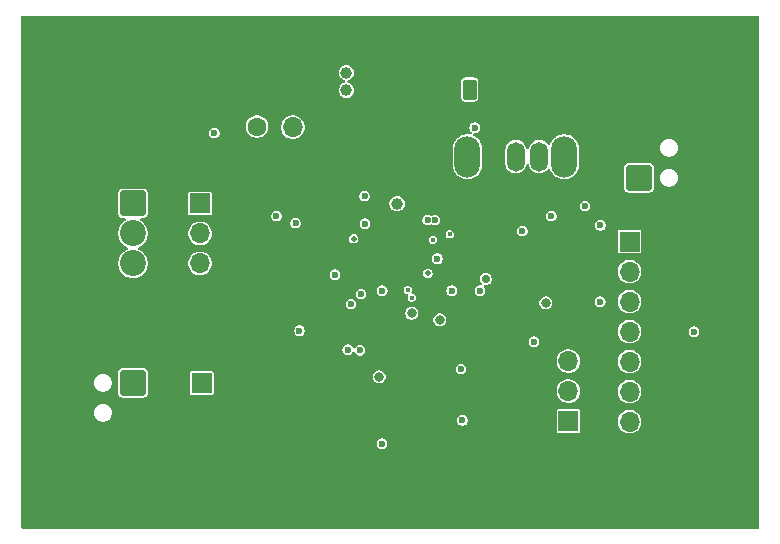
<source format=gbr>
%TF.GenerationSoftware,KiCad,Pcbnew,9.0.0-rc3*%
%TF.CreationDate,2025-02-21T17:02:01-08:00*%
%TF.ProjectId,LTC3556_v2.4,4c544333-3535-4365-9f76-322e342e6b69,rev?*%
%TF.SameCoordinates,Original*%
%TF.FileFunction,Copper,L2,Inr*%
%TF.FilePolarity,Positive*%
%FSLAX46Y46*%
G04 Gerber Fmt 4.6, Leading zero omitted, Abs format (unit mm)*
G04 Created by KiCad (PCBNEW 9.0.0-rc3) date 2025-02-21 17:02:01*
%MOMM*%
%LPD*%
G01*
G04 APERTURE LIST*
G04 Aperture macros list*
%AMRoundRect*
0 Rectangle with rounded corners*
0 $1 Rounding radius*
0 $2 $3 $4 $5 $6 $7 $8 $9 X,Y pos of 4 corners*
0 Add a 4 corners polygon primitive as box body*
4,1,4,$2,$3,$4,$5,$6,$7,$8,$9,$2,$3,0*
0 Add four circle primitives for the rounded corners*
1,1,$1+$1,$2,$3*
1,1,$1+$1,$4,$5*
1,1,$1+$1,$6,$7*
1,1,$1+$1,$8,$9*
0 Add four rect primitives between the rounded corners*
20,1,$1+$1,$2,$3,$4,$5,0*
20,1,$1+$1,$4,$5,$6,$7,0*
20,1,$1+$1,$6,$7,$8,$9,0*
20,1,$1+$1,$8,$9,$2,$3,0*%
G04 Aperture macros list end*
%TA.AperFunction,ComponentPad*%
%ADD10RoundRect,0.249999X-0.850001X0.850001X-0.850001X-0.850001X0.850001X-0.850001X0.850001X0.850001X0*%
%TD*%
%TA.AperFunction,ComponentPad*%
%ADD11C,2.200000*%
%TD*%
%TA.AperFunction,ComponentPad*%
%ADD12R,1.700000X1.700000*%
%TD*%
%TA.AperFunction,ComponentPad*%
%ADD13O,1.700000X1.700000*%
%TD*%
%TA.AperFunction,ComponentPad*%
%ADD14C,3.900000*%
%TD*%
%TA.AperFunction,HeatsinkPad*%
%ADD15O,0.890000X1.550000*%
%TD*%
%TA.AperFunction,HeatsinkPad*%
%ADD16O,1.250000X0.950000*%
%TD*%
%TA.AperFunction,ComponentPad*%
%ADD17C,1.600000*%
%TD*%
%TA.AperFunction,HeatsinkPad*%
%ADD18C,0.500000*%
%TD*%
%TA.AperFunction,ComponentPad*%
%ADD19O,2.200000X3.500000*%
%TD*%
%TA.AperFunction,ComponentPad*%
%ADD20R,1.500000X2.500000*%
%TD*%
%TA.AperFunction,ComponentPad*%
%ADD21O,1.500000X2.500000*%
%TD*%
%TA.AperFunction,ComponentPad*%
%ADD22RoundRect,0.249999X0.850001X-0.850001X0.850001X0.850001X-0.850001X0.850001X-0.850001X-0.850001X0*%
%TD*%
%TA.AperFunction,ComponentPad*%
%ADD23RoundRect,0.250000X0.350000X0.625000X-0.350000X0.625000X-0.350000X-0.625000X0.350000X-0.625000X0*%
%TD*%
%TA.AperFunction,ComponentPad*%
%ADD24O,1.200000X1.750000*%
%TD*%
%TA.AperFunction,ViaPad*%
%ADD25C,0.600000*%
%TD*%
%TA.AperFunction,ViaPad*%
%ADD26C,0.500000*%
%TD*%
%TA.AperFunction,ViaPad*%
%ADD27C,1.000000*%
%TD*%
%TA.AperFunction,ViaPad*%
%ADD28C,0.400000*%
%TD*%
%TA.AperFunction,ViaPad*%
%ADD29C,0.800000*%
%TD*%
%TA.AperFunction,ViaPad*%
%ADD30C,0.700000*%
%TD*%
G04 APERTURE END LIST*
D10*
%TO.N,/3V3*%
%TO.C,J18*%
X119080000Y-111020000D03*
D11*
%TO.N,GND*%
X119080000Y-113560000D03*
%TD*%
D12*
%TO.N,GND*%
%TO.C,J19*%
X132620000Y-86825000D03*
D13*
%TO.N,Net-(J19-Pin_2)*%
X132620000Y-89365000D03*
%TD*%
D14*
%TO.N,GND*%
%TO.C,H4*%
X168580000Y-119540000D03*
%TD*%
%TO.N,GND*%
%TO.C,H1*%
X113320000Y-83647500D03*
%TD*%
D12*
%TO.N,/N2V5*%
%TO.C,J23*%
X124755000Y-95830000D03*
D13*
%TO.N,/P2V5*%
X124755000Y-98370000D03*
%TO.N,/3V3*%
X124755000Y-100910000D03*
%TO.N,GND*%
X124755000Y-103450000D03*
%TD*%
D12*
%TO.N,/3V3*%
%TO.C,J24*%
X124905000Y-111020000D03*
D13*
%TO.N,GND*%
X124905000Y-113560000D03*
%TD*%
D12*
%TO.N,/DVCC*%
%TO.C,J13*%
X155940000Y-114255000D03*
D13*
%TO.N,Net-(J13-Pin_2)*%
X155940000Y-111715000D03*
%TO.N,Net-(J13-Pin_3)*%
X155940000Y-109175000D03*
%TD*%
D15*
%TO.N,GND*%
%TO.C,J1*%
X139350000Y-80894400D03*
D16*
X138350000Y-83594400D03*
X133350000Y-83594400D03*
D15*
X132350000Y-80894400D03*
%TD*%
D17*
%TO.N,GND*%
%TO.C,TH1*%
X129590000Y-86825000D03*
%TO.N,Net-(J19-Pin_2)*%
X129590000Y-89325000D03*
%TD*%
D14*
%TO.N,GND*%
%TO.C,H2*%
X168580000Y-83720000D03*
%TD*%
D18*
%TO.N,GND*%
%TO.C,U1*%
X140115000Y-98345000D03*
X140115000Y-99395000D03*
X140115000Y-100445000D03*
X140115000Y-101495000D03*
X141190000Y-98345000D03*
X141190000Y-99395000D03*
X141190000Y-100445000D03*
X141190000Y-101495000D03*
X142265000Y-98345000D03*
X142265000Y-99395000D03*
X142265000Y-100445000D03*
X142265000Y-101495000D03*
%TD*%
D12*
%TO.N,GND*%
%TO.C,J14*%
X124905000Y-118760000D03*
%TD*%
D19*
%TO.N,*%
%TO.C,SW1*%
X147390000Y-91867500D03*
X155590000Y-91867500D03*
D20*
%TO.N,GND*%
X149490000Y-91867500D03*
D21*
%TO.N,/VOUT0*%
X151490000Y-91867500D03*
%TO.N,Net-(J13-Pin_3)*%
X153490000Y-91867500D03*
%TD*%
D22*
%TO.N,/VOUT0*%
%TO.C,J21*%
X161925000Y-93662500D03*
D11*
%TO.N,GND*%
X161925000Y-91122500D03*
%TD*%
D12*
%TO.N,/3V56*%
%TO.C,J22*%
X161130000Y-99070000D03*
D13*
%TO.N,/PGOOD*%
X161130000Y-101610000D03*
%TO.N,/CHRG*%
X161130000Y-104150000D03*
%TO.N,/ENALL*%
X161130000Y-106690000D03*
%TO.N,/SDA*%
X161130000Y-109230000D03*
%TO.N,/SCL*%
X161130000Y-111770000D03*
%TO.N,/DVCC*%
X161130000Y-114310000D03*
%TD*%
D10*
%TO.N,/N2V5*%
%TO.C,J20*%
X119080000Y-95830000D03*
D11*
%TO.N,/P2V5*%
X119080000Y-98370000D03*
%TO.N,/3V3*%
X119080000Y-100910000D03*
%TO.N,GND*%
X119080000Y-103450000D03*
%TD*%
D23*
%TO.N,VBAT*%
%TO.C,J12*%
X147577500Y-86190000D03*
D24*
%TO.N,GND*%
X145577500Y-86190000D03*
%TD*%
D14*
%TO.N,GND*%
%TO.C,H3*%
X113407500Y-119505000D03*
%TD*%
D25*
%TO.N,GND*%
X141270000Y-105300000D03*
X146362500Y-106992500D03*
X140230000Y-105300000D03*
D26*
X136080000Y-96460000D03*
D25*
X138360000Y-104430000D03*
D27*
%TO.N,Net-(J1-VBUS)*%
X137150000Y-84747500D03*
X141450300Y-95847100D03*
X137150000Y-86245000D03*
D25*
X132842000Y-97500000D03*
%TO.N,Net-(U1-FB3)*%
X137530000Y-104350000D03*
X137270000Y-108220000D03*
%TO.N,Net-(U1-VC3)*%
X133180000Y-106610000D03*
X138397499Y-103486002D03*
%TO.N,Net-(U1-FB2)*%
X146057500Y-103222500D03*
X148447500Y-103222500D03*
%TO.N,VBAT*%
X144027500Y-97237500D03*
X144652500Y-97237500D03*
%TO.N,Net-(U1-PROG)*%
X152047500Y-98152500D03*
D28*
X144477500Y-98912500D03*
D25*
%TO.N,Net-(J13-Pin_3)*%
X157353000Y-96062500D03*
%TO.N,Net-(J13-Pin_2)*%
X138726000Y-97536000D03*
X146962500Y-114200000D03*
D26*
%TO.N,Net-(J19-Pin_2)*%
X137770000Y-98820000D03*
D25*
X131230000Y-96910000D03*
%TO.N,/VOUT0*%
X148005000Y-89408000D03*
X125970000Y-89877500D03*
X146862837Y-109857163D03*
D29*
X142670000Y-105140000D03*
D25*
%TO.N,/DVCC*%
X140182389Y-103213652D03*
X140167500Y-116162500D03*
D28*
%TO.N,/3V56*%
X142680000Y-103800000D03*
D29*
X139924989Y-110524989D03*
D25*
X138290000Y-108260000D03*
D29*
X145060000Y-105690000D03*
D25*
X136200000Y-101860000D03*
X144860000Y-100507500D03*
D29*
%TO.N,/3V3*%
X154045000Y-104242500D03*
D30*
X148960000Y-102222500D03*
D25*
%TO.N,/CHRG*%
X154500000Y-96890000D03*
X158650000Y-97690000D03*
D28*
X145900000Y-98440000D03*
D25*
X158640000Y-104140000D03*
D26*
%TO.N,/SDA*%
X144050000Y-101750000D03*
D25*
X153025000Y-107530000D03*
%TO.N,/ENALL*%
X166595000Y-106680000D03*
X138684000Y-95200220D03*
D28*
%TO.N,/SCL*%
X142336195Y-103153313D03*
%TD*%
%TA.AperFunction,Conductor*%
%TO.N,GND*%
G36*
X172037539Y-79940185D02*
G01*
X172083294Y-79992989D01*
X172094500Y-80044500D01*
X172094500Y-123245500D01*
X172074815Y-123312539D01*
X172022011Y-123358294D01*
X171970500Y-123369500D01*
X109719500Y-123369500D01*
X109652461Y-123349815D01*
X109606706Y-123297011D01*
X109595500Y-123245500D01*
X109595500Y-116103191D01*
X139717000Y-116103191D01*
X139717000Y-116221809D01*
X139747701Y-116336386D01*
X139807011Y-116439113D01*
X139890887Y-116522989D01*
X139993614Y-116582299D01*
X140108191Y-116613000D01*
X140108194Y-116613000D01*
X140226806Y-116613000D01*
X140226809Y-116613000D01*
X140341386Y-116582299D01*
X140444113Y-116522989D01*
X140527989Y-116439113D01*
X140587299Y-116336386D01*
X140618000Y-116221809D01*
X140618000Y-116103191D01*
X140587299Y-115988614D01*
X140527989Y-115885887D01*
X140444113Y-115802011D01*
X140341386Y-115742701D01*
X140226809Y-115712000D01*
X140108191Y-115712000D01*
X139993614Y-115742701D01*
X139993612Y-115742701D01*
X139993612Y-115742702D01*
X139890887Y-115802011D01*
X139890884Y-115802013D01*
X139807013Y-115885884D01*
X139807011Y-115885887D01*
X139747701Y-115988614D01*
X139717000Y-116103191D01*
X109595500Y-116103191D01*
X109595500Y-115119822D01*
X154939499Y-115119822D01*
X154948231Y-115163717D01*
X154948234Y-115163724D01*
X154981495Y-115213503D01*
X154981496Y-115213504D01*
X155031278Y-115246767D01*
X155031281Y-115246767D01*
X155031282Y-115246768D01*
X155075177Y-115255500D01*
X155075180Y-115255500D01*
X156804822Y-115255500D01*
X156848717Y-115246768D01*
X156848717Y-115246767D01*
X156848722Y-115246767D01*
X156898504Y-115213504D01*
X156931767Y-115163722D01*
X156940500Y-115119820D01*
X156940500Y-114408543D01*
X160129499Y-114408543D01*
X160167947Y-114601829D01*
X160167950Y-114601839D01*
X160243364Y-114783907D01*
X160243371Y-114783920D01*
X160352860Y-114947781D01*
X160352863Y-114947785D01*
X160492214Y-115087136D01*
X160492218Y-115087139D01*
X160656079Y-115196628D01*
X160656092Y-115196635D01*
X160798207Y-115255500D01*
X160838165Y-115272051D01*
X160838169Y-115272051D01*
X160838170Y-115272052D01*
X161031456Y-115310500D01*
X161031459Y-115310500D01*
X161228543Y-115310500D01*
X161358582Y-115284632D01*
X161421835Y-115272051D01*
X161603914Y-115196632D01*
X161767782Y-115087139D01*
X161907139Y-114947782D01*
X162016632Y-114783914D01*
X162092051Y-114601835D01*
X162116959Y-114476615D01*
X162130500Y-114408543D01*
X162130500Y-114211456D01*
X162092052Y-114018170D01*
X162092051Y-114018169D01*
X162092051Y-114018165D01*
X162049521Y-113915488D01*
X162016635Y-113836092D01*
X162016628Y-113836079D01*
X161907139Y-113672218D01*
X161907136Y-113672214D01*
X161767785Y-113532863D01*
X161767781Y-113532860D01*
X161603920Y-113423371D01*
X161603907Y-113423364D01*
X161421839Y-113347950D01*
X161421829Y-113347947D01*
X161228543Y-113309500D01*
X161228541Y-113309500D01*
X161031459Y-113309500D01*
X161031457Y-113309500D01*
X160838170Y-113347947D01*
X160838160Y-113347950D01*
X160656092Y-113423364D01*
X160656079Y-113423371D01*
X160492218Y-113532860D01*
X160492214Y-113532863D01*
X160352863Y-113672214D01*
X160352860Y-113672218D01*
X160243371Y-113836079D01*
X160243364Y-113836092D01*
X160167950Y-114018160D01*
X160167947Y-114018170D01*
X160129500Y-114211456D01*
X160129500Y-114211459D01*
X160129500Y-114408541D01*
X160129500Y-114408543D01*
X160129499Y-114408543D01*
X156940500Y-114408543D01*
X156940500Y-113390180D01*
X156940500Y-113390177D01*
X156931768Y-113346282D01*
X156931767Y-113346281D01*
X156931767Y-113346278D01*
X156898504Y-113296496D01*
X156898503Y-113296495D01*
X156848724Y-113263234D01*
X156848717Y-113263231D01*
X156804822Y-113254500D01*
X156804820Y-113254500D01*
X155075180Y-113254500D01*
X155075178Y-113254500D01*
X155031282Y-113263231D01*
X155031275Y-113263234D01*
X154981496Y-113296495D01*
X154981495Y-113296496D01*
X154948234Y-113346275D01*
X154948231Y-113346282D01*
X154939500Y-113390177D01*
X154939500Y-113390180D01*
X154939500Y-115119820D01*
X154939500Y-115119822D01*
X154939499Y-115119822D01*
X109595500Y-115119822D01*
X109595500Y-113633920D01*
X115789499Y-113633920D01*
X115818340Y-113778907D01*
X115818343Y-113778917D01*
X115874912Y-113915488D01*
X115874919Y-113915501D01*
X115957048Y-114038415D01*
X115957051Y-114038419D01*
X116061580Y-114142948D01*
X116061584Y-114142951D01*
X116184498Y-114225080D01*
X116184511Y-114225087D01*
X116321082Y-114281656D01*
X116321087Y-114281658D01*
X116321091Y-114281658D01*
X116321092Y-114281659D01*
X116466079Y-114310500D01*
X116466082Y-114310500D01*
X116613920Y-114310500D01*
X116711462Y-114291096D01*
X116758913Y-114281658D01*
X116895495Y-114225084D01*
X117018416Y-114142951D01*
X117020676Y-114140691D01*
X146512000Y-114140691D01*
X146512000Y-114259309D01*
X146542701Y-114373886D01*
X146602011Y-114476613D01*
X146685887Y-114560489D01*
X146788614Y-114619799D01*
X146903191Y-114650500D01*
X146903194Y-114650500D01*
X147021806Y-114650500D01*
X147021809Y-114650500D01*
X147136386Y-114619799D01*
X147239113Y-114560489D01*
X147322989Y-114476613D01*
X147382299Y-114373886D01*
X147413000Y-114259309D01*
X147413000Y-114140691D01*
X147382299Y-114026114D01*
X147322989Y-113923387D01*
X147239113Y-113839511D01*
X147136386Y-113780201D01*
X147021809Y-113749500D01*
X146903191Y-113749500D01*
X146788614Y-113780201D01*
X146788612Y-113780201D01*
X146788612Y-113780202D01*
X146685887Y-113839511D01*
X146685884Y-113839513D01*
X146602013Y-113923384D01*
X146602011Y-113923387D01*
X146547288Y-114018170D01*
X146542701Y-114026114D01*
X146512000Y-114140691D01*
X117020676Y-114140691D01*
X117116485Y-114044883D01*
X117122948Y-114038419D01*
X117122951Y-114038416D01*
X117205084Y-113915495D01*
X117261658Y-113778913D01*
X117271096Y-113731462D01*
X117290500Y-113633920D01*
X117290500Y-113486079D01*
X117275024Y-113408280D01*
X117275024Y-113408279D01*
X117263023Y-113347949D01*
X117261658Y-113341087D01*
X117243188Y-113296496D01*
X117205087Y-113204511D01*
X117205080Y-113204498D01*
X117122951Y-113081584D01*
X117122948Y-113081580D01*
X117018419Y-112977051D01*
X117018415Y-112977048D01*
X116895501Y-112894919D01*
X116895488Y-112894912D01*
X116758917Y-112838343D01*
X116758907Y-112838340D01*
X116613920Y-112809500D01*
X116613918Y-112809500D01*
X116466082Y-112809500D01*
X116466080Y-112809500D01*
X116321092Y-112838340D01*
X116321082Y-112838343D01*
X116184511Y-112894912D01*
X116184498Y-112894919D01*
X116061584Y-112977048D01*
X116061580Y-112977051D01*
X115957051Y-113081580D01*
X115957048Y-113081584D01*
X115874919Y-113204498D01*
X115874912Y-113204511D01*
X115818343Y-113341082D01*
X115818340Y-113341092D01*
X115789500Y-113486079D01*
X115789500Y-113486082D01*
X115789500Y-113633918D01*
X115789500Y-113633920D01*
X115789499Y-113633920D01*
X109595500Y-113633920D01*
X109595500Y-111093920D01*
X115789499Y-111093920D01*
X115818340Y-111238907D01*
X115818343Y-111238917D01*
X115874912Y-111375488D01*
X115874919Y-111375501D01*
X115957048Y-111498415D01*
X115957051Y-111498419D01*
X116061580Y-111602948D01*
X116061584Y-111602951D01*
X116184498Y-111685080D01*
X116184511Y-111685087D01*
X116321082Y-111741656D01*
X116321087Y-111741658D01*
X116321091Y-111741658D01*
X116321092Y-111741659D01*
X116466079Y-111770500D01*
X116466082Y-111770500D01*
X116613920Y-111770500D01*
X116711462Y-111751096D01*
X116758913Y-111741658D01*
X116895495Y-111685084D01*
X117018416Y-111602951D01*
X117122951Y-111498416D01*
X117205084Y-111375495D01*
X117261658Y-111238913D01*
X117271096Y-111191462D01*
X117290500Y-111093920D01*
X117290500Y-110946079D01*
X117261659Y-110801092D01*
X117261658Y-110801091D01*
X117261658Y-110801087D01*
X117225793Y-110714500D01*
X117205087Y-110664511D01*
X117205080Y-110664498D01*
X117122951Y-110541584D01*
X117122948Y-110541580D01*
X117018419Y-110437051D01*
X117018415Y-110437048D01*
X116895501Y-110354919D01*
X116895488Y-110354912D01*
X116758917Y-110298343D01*
X116758907Y-110298340D01*
X116613920Y-110269500D01*
X116613918Y-110269500D01*
X116466082Y-110269500D01*
X116466080Y-110269500D01*
X116321092Y-110298340D01*
X116321082Y-110298343D01*
X116184511Y-110354912D01*
X116184498Y-110354919D01*
X116061584Y-110437048D01*
X116061580Y-110437051D01*
X115957051Y-110541580D01*
X115957048Y-110541584D01*
X115874919Y-110664498D01*
X115874912Y-110664511D01*
X115818343Y-110801082D01*
X115818340Y-110801092D01*
X115789500Y-110946079D01*
X115789500Y-110946082D01*
X115789500Y-111093918D01*
X115789500Y-111093920D01*
X115789499Y-111093920D01*
X109595500Y-111093920D01*
X109595500Y-110138474D01*
X117829500Y-110138474D01*
X117829500Y-111901525D01*
X117844352Y-111995302D01*
X117862805Y-112031518D01*
X117901950Y-112108343D01*
X117901952Y-112108345D01*
X117901954Y-112108348D01*
X117991651Y-112198045D01*
X117991653Y-112198046D01*
X117991657Y-112198050D01*
X118081670Y-112243914D01*
X118104697Y-112255647D01*
X118198475Y-112270500D01*
X118198480Y-112270500D01*
X119961525Y-112270500D01*
X120055302Y-112255647D01*
X120055303Y-112255646D01*
X120055305Y-112255646D01*
X120168343Y-112198050D01*
X120258050Y-112108343D01*
X120315646Y-111995305D01*
X120315646Y-111995303D01*
X120315647Y-111995302D01*
X120330500Y-111901525D01*
X120330500Y-111884822D01*
X123904499Y-111884822D01*
X123913231Y-111928717D01*
X123913232Y-111928721D01*
X123913233Y-111928722D01*
X123946496Y-111978504D01*
X123996278Y-112011767D01*
X123996281Y-112011767D01*
X123996282Y-112011768D01*
X124040177Y-112020500D01*
X124040180Y-112020500D01*
X125769822Y-112020500D01*
X125813717Y-112011768D01*
X125813717Y-112011767D01*
X125813722Y-112011767D01*
X125863504Y-111978504D01*
X125896767Y-111928722D01*
X125905500Y-111884820D01*
X125905500Y-111813543D01*
X154939499Y-111813543D01*
X154977947Y-112006829D01*
X154977950Y-112006839D01*
X155053364Y-112188907D01*
X155053371Y-112188920D01*
X155162860Y-112352781D01*
X155162863Y-112352785D01*
X155302214Y-112492136D01*
X155302218Y-112492139D01*
X155466079Y-112601628D01*
X155466092Y-112601635D01*
X155598876Y-112656635D01*
X155648165Y-112677051D01*
X155648169Y-112677051D01*
X155648170Y-112677052D01*
X155841456Y-112715500D01*
X155841459Y-112715500D01*
X156038543Y-112715500D01*
X156168582Y-112689632D01*
X156231835Y-112677051D01*
X156413914Y-112601632D01*
X156577782Y-112492139D01*
X156717139Y-112352782D01*
X156826632Y-112188914D01*
X156902051Y-112006835D01*
X156926322Y-111884820D01*
X156929560Y-111868543D01*
X160129499Y-111868543D01*
X160167947Y-112061829D01*
X160167950Y-112061839D01*
X160243364Y-112243907D01*
X160243371Y-112243920D01*
X160352860Y-112407781D01*
X160352863Y-112407785D01*
X160492214Y-112547136D01*
X160492218Y-112547139D01*
X160656079Y-112656628D01*
X160656092Y-112656635D01*
X160798207Y-112715500D01*
X160838165Y-112732051D01*
X160838169Y-112732051D01*
X160838170Y-112732052D01*
X161031456Y-112770500D01*
X161031459Y-112770500D01*
X161228543Y-112770500D01*
X161358582Y-112744632D01*
X161421835Y-112732051D01*
X161603914Y-112656632D01*
X161767782Y-112547139D01*
X161907139Y-112407782D01*
X162016632Y-112243914D01*
X162092051Y-112061835D01*
X162123940Y-111901520D01*
X162130500Y-111868543D01*
X162130500Y-111671456D01*
X162092052Y-111478170D01*
X162092051Y-111478169D01*
X162092051Y-111478165D01*
X162069272Y-111423170D01*
X162016635Y-111296092D01*
X162016628Y-111296079D01*
X161907139Y-111132218D01*
X161907136Y-111132214D01*
X161767785Y-110992863D01*
X161767781Y-110992860D01*
X161603920Y-110883371D01*
X161603907Y-110883364D01*
X161421839Y-110807950D01*
X161421829Y-110807947D01*
X161228543Y-110769500D01*
X161228541Y-110769500D01*
X161031459Y-110769500D01*
X161031457Y-110769500D01*
X160838170Y-110807947D01*
X160838160Y-110807950D01*
X160656092Y-110883364D01*
X160656079Y-110883371D01*
X160492218Y-110992860D01*
X160492214Y-110992863D01*
X160352863Y-111132214D01*
X160352860Y-111132218D01*
X160243371Y-111296079D01*
X160243364Y-111296092D01*
X160167950Y-111478160D01*
X160167947Y-111478170D01*
X160129500Y-111671456D01*
X160129500Y-111671459D01*
X160129500Y-111868541D01*
X160129500Y-111868543D01*
X160129499Y-111868543D01*
X156929560Y-111868543D01*
X156940500Y-111813543D01*
X156940500Y-111616456D01*
X156902052Y-111423170D01*
X156902051Y-111423169D01*
X156902051Y-111423165D01*
X156849411Y-111296079D01*
X156826635Y-111241092D01*
X156826628Y-111241079D01*
X156717139Y-111077218D01*
X156717136Y-111077214D01*
X156577785Y-110937863D01*
X156577781Y-110937860D01*
X156413920Y-110828371D01*
X156413907Y-110828364D01*
X156231839Y-110752950D01*
X156231829Y-110752947D01*
X156038543Y-110714500D01*
X156038541Y-110714500D01*
X155841459Y-110714500D01*
X155841457Y-110714500D01*
X155648170Y-110752947D01*
X155648160Y-110752950D01*
X155466092Y-110828364D01*
X155466079Y-110828371D01*
X155302218Y-110937860D01*
X155302214Y-110937863D01*
X155162863Y-111077214D01*
X155162860Y-111077218D01*
X155053371Y-111241079D01*
X155053364Y-111241092D01*
X154977950Y-111423160D01*
X154977947Y-111423170D01*
X154939500Y-111616456D01*
X154939500Y-111616459D01*
X154939500Y-111813541D01*
X154939500Y-111813543D01*
X154939499Y-111813543D01*
X125905500Y-111813543D01*
X125905500Y-110452514D01*
X139374489Y-110452514D01*
X139374489Y-110597464D01*
X139405849Y-110714500D01*
X139412006Y-110737477D01*
X139484477Y-110863000D01*
X139484479Y-110863002D01*
X139484480Y-110863004D01*
X139586974Y-110965498D01*
X139586975Y-110965499D01*
X139586977Y-110965500D01*
X139712500Y-111037971D01*
X139712501Y-111037971D01*
X139712504Y-111037973D01*
X139852514Y-111075489D01*
X139852517Y-111075489D01*
X139997461Y-111075489D01*
X139997464Y-111075489D01*
X140137474Y-111037973D01*
X140263004Y-110965498D01*
X140365498Y-110863004D01*
X140437973Y-110737474D01*
X140475489Y-110597464D01*
X140475489Y-110452514D01*
X140437973Y-110312504D01*
X140429795Y-110298340D01*
X140365500Y-110186977D01*
X140365495Y-110186971D01*
X140263006Y-110084482D01*
X140263000Y-110084477D01*
X140137477Y-110012006D01*
X140137478Y-110012006D01*
X140119303Y-110007136D01*
X139997464Y-109974489D01*
X139852514Y-109974489D01*
X139730675Y-110007136D01*
X139712500Y-110012006D01*
X139586977Y-110084477D01*
X139586971Y-110084482D01*
X139484482Y-110186971D01*
X139484477Y-110186977D01*
X139412006Y-110312500D01*
X139412005Y-110312504D01*
X139374489Y-110452514D01*
X125905500Y-110452514D01*
X125905500Y-110155180D01*
X125905500Y-110155177D01*
X125896768Y-110111282D01*
X125896767Y-110111281D01*
X125896767Y-110111278D01*
X125863504Y-110061496D01*
X125863503Y-110061495D01*
X125813724Y-110028234D01*
X125813717Y-110028231D01*
X125769822Y-110019500D01*
X125769820Y-110019500D01*
X124040180Y-110019500D01*
X124040178Y-110019500D01*
X123996282Y-110028231D01*
X123996275Y-110028234D01*
X123946496Y-110061495D01*
X123946495Y-110061496D01*
X123913234Y-110111275D01*
X123913231Y-110111282D01*
X123904500Y-110155177D01*
X123904500Y-110155180D01*
X123904500Y-111884820D01*
X123904500Y-111884822D01*
X123904499Y-111884822D01*
X120330500Y-111884822D01*
X120330500Y-110138474D01*
X120315647Y-110044697D01*
X120308693Y-110031049D01*
X120258050Y-109931657D01*
X120258046Y-109931653D01*
X120258045Y-109931651D01*
X120168348Y-109841954D01*
X120168345Y-109841952D01*
X120168343Y-109841950D01*
X120081800Y-109797854D01*
X146412337Y-109797854D01*
X146412337Y-109916472D01*
X146443038Y-110031049D01*
X146502348Y-110133776D01*
X146586224Y-110217652D01*
X146688951Y-110276962D01*
X146803528Y-110307663D01*
X146803531Y-110307663D01*
X146922143Y-110307663D01*
X146922146Y-110307663D01*
X147036723Y-110276962D01*
X147139450Y-110217652D01*
X147223326Y-110133776D01*
X147282636Y-110031049D01*
X147313337Y-109916472D01*
X147313337Y-109797854D01*
X147282636Y-109683277D01*
X147223326Y-109580550D01*
X147139450Y-109496674D01*
X147036723Y-109437364D01*
X146922146Y-109406663D01*
X146803528Y-109406663D01*
X146688951Y-109437364D01*
X146688949Y-109437364D01*
X146688949Y-109437365D01*
X146586224Y-109496674D01*
X146586221Y-109496676D01*
X146502350Y-109580547D01*
X146502348Y-109580550D01*
X146443038Y-109683277D01*
X146412337Y-109797854D01*
X120081800Y-109797854D01*
X120055302Y-109784352D01*
X119961525Y-109769500D01*
X119961520Y-109769500D01*
X118198480Y-109769500D01*
X118198475Y-109769500D01*
X118104697Y-109784352D01*
X118048904Y-109812781D01*
X117991657Y-109841950D01*
X117991656Y-109841951D01*
X117991651Y-109841954D01*
X117901954Y-109931651D01*
X117901951Y-109931656D01*
X117901950Y-109931657D01*
X117891514Y-109952139D01*
X117844352Y-110044697D01*
X117829500Y-110138474D01*
X109595500Y-110138474D01*
X109595500Y-109273543D01*
X154939499Y-109273543D01*
X154977947Y-109466829D01*
X154977950Y-109466839D01*
X155053364Y-109648907D01*
X155053371Y-109648920D01*
X155162860Y-109812781D01*
X155162863Y-109812785D01*
X155302214Y-109952136D01*
X155302218Y-109952139D01*
X155466079Y-110061628D01*
X155466092Y-110061635D01*
X155598876Y-110116635D01*
X155648165Y-110137051D01*
X155648169Y-110137051D01*
X155648170Y-110137052D01*
X155841456Y-110175500D01*
X155841459Y-110175500D01*
X156038543Y-110175500D01*
X156168582Y-110149632D01*
X156231835Y-110137051D01*
X156413914Y-110061632D01*
X156577782Y-109952139D01*
X156717139Y-109812782D01*
X156826632Y-109648914D01*
X156902051Y-109466835D01*
X156914632Y-109403582D01*
X156929559Y-109328543D01*
X160129499Y-109328543D01*
X160167947Y-109521829D01*
X160167950Y-109521839D01*
X160243364Y-109703907D01*
X160243371Y-109703920D01*
X160352860Y-109867781D01*
X160352863Y-109867785D01*
X160492214Y-110007136D01*
X160492218Y-110007139D01*
X160656079Y-110116628D01*
X160656092Y-110116635D01*
X160825908Y-110186974D01*
X160838165Y-110192051D01*
X160838169Y-110192051D01*
X160838170Y-110192052D01*
X161031456Y-110230500D01*
X161031459Y-110230500D01*
X161228543Y-110230500D01*
X161358582Y-110204632D01*
X161421835Y-110192051D01*
X161603914Y-110116632D01*
X161767782Y-110007139D01*
X161907139Y-109867782D01*
X162016632Y-109703914D01*
X162092051Y-109521835D01*
X162108854Y-109437364D01*
X162130500Y-109328543D01*
X162130500Y-109131456D01*
X162092052Y-108938170D01*
X162092051Y-108938169D01*
X162092051Y-108938165D01*
X162069272Y-108883170D01*
X162016635Y-108756092D01*
X162016628Y-108756079D01*
X161907139Y-108592218D01*
X161907136Y-108592214D01*
X161767785Y-108452863D01*
X161767781Y-108452860D01*
X161603920Y-108343371D01*
X161603907Y-108343364D01*
X161421839Y-108267950D01*
X161421829Y-108267947D01*
X161228543Y-108229500D01*
X161228541Y-108229500D01*
X161031459Y-108229500D01*
X161031457Y-108229500D01*
X160838170Y-108267947D01*
X160838160Y-108267950D01*
X160656092Y-108343364D01*
X160656079Y-108343371D01*
X160492218Y-108452860D01*
X160492214Y-108452863D01*
X160352863Y-108592214D01*
X160352860Y-108592218D01*
X160243371Y-108756079D01*
X160243364Y-108756092D01*
X160167950Y-108938160D01*
X160167947Y-108938170D01*
X160129500Y-109131456D01*
X160129500Y-109131459D01*
X160129500Y-109328541D01*
X160129500Y-109328543D01*
X160129499Y-109328543D01*
X156929559Y-109328543D01*
X156940500Y-109273543D01*
X156940500Y-109076456D01*
X156902052Y-108883170D01*
X156902051Y-108883169D01*
X156902051Y-108883165D01*
X156849411Y-108756079D01*
X156826635Y-108701092D01*
X156826628Y-108701079D01*
X156717139Y-108537218D01*
X156717136Y-108537214D01*
X156577785Y-108397863D01*
X156577781Y-108397860D01*
X156413920Y-108288371D01*
X156413907Y-108288364D01*
X156231839Y-108212950D01*
X156231829Y-108212947D01*
X156038543Y-108174500D01*
X156038541Y-108174500D01*
X155841459Y-108174500D01*
X155841457Y-108174500D01*
X155648170Y-108212947D01*
X155648160Y-108212950D01*
X155466092Y-108288364D01*
X155466079Y-108288371D01*
X155302218Y-108397860D01*
X155302214Y-108397863D01*
X155162863Y-108537214D01*
X155162860Y-108537218D01*
X155053371Y-108701079D01*
X155053364Y-108701092D01*
X154977950Y-108883160D01*
X154977947Y-108883170D01*
X154939500Y-109076456D01*
X154939500Y-109076459D01*
X154939500Y-109273541D01*
X154939500Y-109273543D01*
X154939499Y-109273543D01*
X109595500Y-109273543D01*
X109595500Y-108160691D01*
X136819500Y-108160691D01*
X136819500Y-108279309D01*
X136850201Y-108393886D01*
X136909511Y-108496613D01*
X136993387Y-108580489D01*
X137096114Y-108639799D01*
X137210691Y-108670500D01*
X137210694Y-108670500D01*
X137329306Y-108670500D01*
X137329309Y-108670500D01*
X137443886Y-108639799D01*
X137546613Y-108580489D01*
X137630489Y-108496613D01*
X137661065Y-108443653D01*
X137711631Y-108395438D01*
X137780238Y-108382214D01*
X137845103Y-108408182D01*
X137875838Y-108443652D01*
X137928018Y-108534027D01*
X137929511Y-108536613D01*
X138013387Y-108620489D01*
X138116114Y-108679799D01*
X138230691Y-108710500D01*
X138230694Y-108710500D01*
X138349306Y-108710500D01*
X138349309Y-108710500D01*
X138463886Y-108679799D01*
X138566613Y-108620489D01*
X138650489Y-108536613D01*
X138709799Y-108433886D01*
X138740500Y-108319309D01*
X138740500Y-108200691D01*
X138709799Y-108086114D01*
X138650489Y-107983387D01*
X138566613Y-107899511D01*
X138463886Y-107840201D01*
X138349309Y-107809500D01*
X138230691Y-107809500D01*
X138116114Y-107840201D01*
X138116112Y-107840201D01*
X138116112Y-107840202D01*
X138013387Y-107899511D01*
X138013384Y-107899513D01*
X137929513Y-107983384D01*
X137929509Y-107983390D01*
X137898933Y-108036348D01*
X137848366Y-108084562D01*
X137779758Y-108097784D01*
X137714894Y-108071815D01*
X137684160Y-108036347D01*
X137682530Y-108033524D01*
X137630489Y-107943387D01*
X137546613Y-107859511D01*
X137443886Y-107800201D01*
X137329309Y-107769500D01*
X137210691Y-107769500D01*
X137096114Y-107800201D01*
X137096112Y-107800201D01*
X137096112Y-107800202D01*
X136993387Y-107859511D01*
X136993384Y-107859513D01*
X136909513Y-107943384D01*
X136909511Y-107943387D01*
X136886419Y-107983384D01*
X136850201Y-108046114D01*
X136819500Y-108160691D01*
X109595500Y-108160691D01*
X109595500Y-107470691D01*
X152574500Y-107470691D01*
X152574500Y-107589309D01*
X152605201Y-107703886D01*
X152664511Y-107806613D01*
X152748387Y-107890489D01*
X152851114Y-107949799D01*
X152965691Y-107980500D01*
X152965694Y-107980500D01*
X153084306Y-107980500D01*
X153084309Y-107980500D01*
X153198886Y-107949799D01*
X153301613Y-107890489D01*
X153385489Y-107806613D01*
X153444799Y-107703886D01*
X153475500Y-107589309D01*
X153475500Y-107470691D01*
X153444799Y-107356114D01*
X153385489Y-107253387D01*
X153301613Y-107169511D01*
X153198886Y-107110201D01*
X153084309Y-107079500D01*
X152965691Y-107079500D01*
X152851114Y-107110201D01*
X152851112Y-107110201D01*
X152851112Y-107110202D01*
X152748387Y-107169511D01*
X152748384Y-107169513D01*
X152664513Y-107253384D01*
X152664511Y-107253387D01*
X152605201Y-107356114D01*
X152574500Y-107470691D01*
X109595500Y-107470691D01*
X109595500Y-106550691D01*
X132729500Y-106550691D01*
X132729500Y-106669309D01*
X132760201Y-106783886D01*
X132819511Y-106886613D01*
X132903387Y-106970489D01*
X133006114Y-107029799D01*
X133120691Y-107060500D01*
X133120694Y-107060500D01*
X133239306Y-107060500D01*
X133239309Y-107060500D01*
X133353886Y-107029799D01*
X133456613Y-106970489D01*
X133540489Y-106886613D01*
X133597110Y-106788543D01*
X160129499Y-106788543D01*
X160167947Y-106981829D01*
X160167950Y-106981839D01*
X160243364Y-107163907D01*
X160243371Y-107163920D01*
X160352860Y-107327781D01*
X160352863Y-107327785D01*
X160492214Y-107467136D01*
X160492218Y-107467139D01*
X160656079Y-107576628D01*
X160656092Y-107576635D01*
X160838160Y-107652049D01*
X160838165Y-107652051D01*
X160838169Y-107652051D01*
X160838170Y-107652052D01*
X161031456Y-107690500D01*
X161031459Y-107690500D01*
X161228543Y-107690500D01*
X161358582Y-107664632D01*
X161421835Y-107652051D01*
X161603914Y-107576632D01*
X161767782Y-107467139D01*
X161907139Y-107327782D01*
X162016632Y-107163914D01*
X162092051Y-106981835D01*
X162130500Y-106788541D01*
X162130500Y-106620691D01*
X166144500Y-106620691D01*
X166144500Y-106739309D01*
X166175201Y-106853886D01*
X166234511Y-106956613D01*
X166318387Y-107040489D01*
X166421114Y-107099799D01*
X166535691Y-107130500D01*
X166535694Y-107130500D01*
X166654306Y-107130500D01*
X166654309Y-107130500D01*
X166768886Y-107099799D01*
X166871613Y-107040489D01*
X166955489Y-106956613D01*
X167014799Y-106853886D01*
X167045500Y-106739309D01*
X167045500Y-106620691D01*
X167014799Y-106506114D01*
X166955489Y-106403387D01*
X166871613Y-106319511D01*
X166768886Y-106260201D01*
X166654309Y-106229500D01*
X166535691Y-106229500D01*
X166421114Y-106260201D01*
X166421112Y-106260201D01*
X166421112Y-106260202D01*
X166318387Y-106319511D01*
X166318384Y-106319513D01*
X166234513Y-106403384D01*
X166234511Y-106403387D01*
X166175201Y-106506114D01*
X166144500Y-106620691D01*
X162130500Y-106620691D01*
X162130500Y-106591459D01*
X162130500Y-106591456D01*
X162092052Y-106398170D01*
X162092051Y-106398169D01*
X162092051Y-106398165D01*
X162092049Y-106398160D01*
X162016635Y-106216092D01*
X162016628Y-106216079D01*
X161907139Y-106052218D01*
X161907136Y-106052214D01*
X161767785Y-105912863D01*
X161767781Y-105912860D01*
X161603920Y-105803371D01*
X161603907Y-105803364D01*
X161421839Y-105727950D01*
X161421829Y-105727947D01*
X161228543Y-105689500D01*
X161228541Y-105689500D01*
X161031459Y-105689500D01*
X161031457Y-105689500D01*
X160838170Y-105727947D01*
X160838160Y-105727950D01*
X160656092Y-105803364D01*
X160656079Y-105803371D01*
X160492218Y-105912860D01*
X160492214Y-105912863D01*
X160352863Y-106052214D01*
X160352860Y-106052218D01*
X160243371Y-106216079D01*
X160243364Y-106216092D01*
X160167950Y-106398160D01*
X160167947Y-106398170D01*
X160129500Y-106591456D01*
X160129500Y-106591459D01*
X160129500Y-106788541D01*
X160129500Y-106788543D01*
X160129499Y-106788543D01*
X133597110Y-106788543D01*
X133599799Y-106783886D01*
X133630500Y-106669309D01*
X133630500Y-106550691D01*
X133599799Y-106436114D01*
X133540489Y-106333387D01*
X133456613Y-106249511D01*
X133353886Y-106190201D01*
X133239309Y-106159500D01*
X133120691Y-106159500D01*
X133006114Y-106190201D01*
X133006112Y-106190201D01*
X133006112Y-106190202D01*
X132903387Y-106249511D01*
X132903384Y-106249513D01*
X132819513Y-106333384D01*
X132819511Y-106333387D01*
X132760201Y-106436114D01*
X132729500Y-106550691D01*
X109595500Y-106550691D01*
X109595500Y-105067525D01*
X142119500Y-105067525D01*
X142119500Y-105212475D01*
X142156881Y-105351982D01*
X142157017Y-105352488D01*
X142229488Y-105478011D01*
X142229490Y-105478013D01*
X142229491Y-105478015D01*
X142331985Y-105580509D01*
X142331986Y-105580510D01*
X142331988Y-105580511D01*
X142457511Y-105652982D01*
X142457512Y-105652982D01*
X142457515Y-105652984D01*
X142597525Y-105690500D01*
X142597528Y-105690500D01*
X142742472Y-105690500D01*
X142742475Y-105690500D01*
X142882485Y-105652984D01*
X142943902Y-105617525D01*
X144509500Y-105617525D01*
X144509500Y-105762475D01*
X144547016Y-105902485D01*
X144547017Y-105902488D01*
X144619488Y-106028011D01*
X144619490Y-106028013D01*
X144619491Y-106028015D01*
X144721985Y-106130509D01*
X144721986Y-106130510D01*
X144721988Y-106130511D01*
X144847511Y-106202982D01*
X144847512Y-106202982D01*
X144847515Y-106202984D01*
X144987525Y-106240500D01*
X144987528Y-106240500D01*
X145132472Y-106240500D01*
X145132475Y-106240500D01*
X145272485Y-106202984D01*
X145398015Y-106130509D01*
X145500509Y-106028015D01*
X145572984Y-105902485D01*
X145610500Y-105762475D01*
X145610500Y-105617525D01*
X145572984Y-105477515D01*
X145500799Y-105352488D01*
X145500511Y-105351988D01*
X145500506Y-105351982D01*
X145398017Y-105249493D01*
X145398011Y-105249488D01*
X145272488Y-105177017D01*
X145272489Y-105177017D01*
X145261006Y-105173940D01*
X145132475Y-105139500D01*
X144987525Y-105139500D01*
X144858993Y-105173940D01*
X144847511Y-105177017D01*
X144721988Y-105249488D01*
X144721982Y-105249493D01*
X144619493Y-105351982D01*
X144619488Y-105351988D01*
X144547017Y-105477511D01*
X144547016Y-105477515D01*
X144509500Y-105617525D01*
X142943902Y-105617525D01*
X143008015Y-105580509D01*
X143110509Y-105478015D01*
X143182984Y-105352485D01*
X143220500Y-105212475D01*
X143220500Y-105067525D01*
X143182984Y-104927515D01*
X143110509Y-104801985D01*
X143008015Y-104699491D01*
X143008013Y-104699490D01*
X143008011Y-104699488D01*
X142882488Y-104627017D01*
X142882489Y-104627017D01*
X142870882Y-104623907D01*
X142742475Y-104589500D01*
X142597525Y-104589500D01*
X142469118Y-104623907D01*
X142457511Y-104627017D01*
X142331988Y-104699488D01*
X142331982Y-104699493D01*
X142229493Y-104801982D01*
X142229488Y-104801988D01*
X142157017Y-104927511D01*
X142157016Y-104927515D01*
X142119500Y-105067525D01*
X109595500Y-105067525D01*
X109595500Y-104290691D01*
X137079500Y-104290691D01*
X137079500Y-104409309D01*
X137110201Y-104523886D01*
X137169511Y-104626613D01*
X137253387Y-104710489D01*
X137356114Y-104769799D01*
X137470691Y-104800500D01*
X137470694Y-104800500D01*
X137589306Y-104800500D01*
X137589309Y-104800500D01*
X137703886Y-104769799D01*
X137806613Y-104710489D01*
X137890489Y-104626613D01*
X137949799Y-104523886D01*
X137980500Y-104409309D01*
X137980500Y-104290691D01*
X137949799Y-104176114D01*
X137946283Y-104170025D01*
X153494500Y-104170025D01*
X153494500Y-104314975D01*
X153532016Y-104454985D01*
X153532017Y-104454988D01*
X153604488Y-104580511D01*
X153604490Y-104580513D01*
X153604491Y-104580515D01*
X153706985Y-104683009D01*
X153706986Y-104683010D01*
X153706988Y-104683011D01*
X153832511Y-104755482D01*
X153832512Y-104755482D01*
X153832515Y-104755484D01*
X153972525Y-104793000D01*
X153972528Y-104793000D01*
X154117472Y-104793000D01*
X154117475Y-104793000D01*
X154257485Y-104755484D01*
X154383015Y-104683009D01*
X154485509Y-104580515D01*
X154557984Y-104454985D01*
X154595500Y-104314975D01*
X154595500Y-104170025D01*
X154571563Y-104080691D01*
X158189500Y-104080691D01*
X158189500Y-104199309D01*
X158220201Y-104313886D01*
X158279511Y-104416613D01*
X158363387Y-104500489D01*
X158466114Y-104559799D01*
X158580691Y-104590500D01*
X158580694Y-104590500D01*
X158699306Y-104590500D01*
X158699309Y-104590500D01*
X158813886Y-104559799D01*
X158916613Y-104500489D01*
X159000489Y-104416613D01*
X159059799Y-104313886D01*
X159077308Y-104248543D01*
X160129499Y-104248543D01*
X160167947Y-104441829D01*
X160167950Y-104441839D01*
X160243364Y-104623907D01*
X160243371Y-104623920D01*
X160352860Y-104787781D01*
X160352863Y-104787785D01*
X160492214Y-104927136D01*
X160492218Y-104927139D01*
X160656079Y-105036628D01*
X160656092Y-105036635D01*
X160838160Y-105112049D01*
X160838165Y-105112051D01*
X160838169Y-105112051D01*
X160838170Y-105112052D01*
X161031456Y-105150500D01*
X161031459Y-105150500D01*
X161228543Y-105150500D01*
X161358582Y-105124632D01*
X161421835Y-105112051D01*
X161603914Y-105036632D01*
X161767782Y-104927139D01*
X161907139Y-104787782D01*
X162016632Y-104623914D01*
X162092051Y-104441835D01*
X162104632Y-104378582D01*
X162130500Y-104248543D01*
X162130500Y-104051456D01*
X162092052Y-103858170D01*
X162092051Y-103858169D01*
X162092051Y-103858165D01*
X162052474Y-103762617D01*
X162016635Y-103676092D01*
X162016628Y-103676079D01*
X161907139Y-103512218D01*
X161907136Y-103512214D01*
X161767785Y-103372863D01*
X161767781Y-103372860D01*
X161603920Y-103263371D01*
X161603907Y-103263364D01*
X161421839Y-103187950D01*
X161421829Y-103187947D01*
X161228543Y-103149500D01*
X161228541Y-103149500D01*
X161031459Y-103149500D01*
X161031457Y-103149500D01*
X160838170Y-103187947D01*
X160838160Y-103187950D01*
X160656092Y-103263364D01*
X160656079Y-103263371D01*
X160492218Y-103372860D01*
X160492214Y-103372863D01*
X160352863Y-103512214D01*
X160352860Y-103512218D01*
X160243371Y-103676079D01*
X160243364Y-103676092D01*
X160167950Y-103858160D01*
X160167947Y-103858170D01*
X160129500Y-104051456D01*
X160129500Y-104051459D01*
X160129500Y-104248541D01*
X160129500Y-104248543D01*
X160129499Y-104248543D01*
X159077308Y-104248543D01*
X159090500Y-104199309D01*
X159090500Y-104080691D01*
X159059799Y-103966114D01*
X159000489Y-103863387D01*
X158916613Y-103779511D01*
X158813886Y-103720201D01*
X158699309Y-103689500D01*
X158580691Y-103689500D01*
X158466114Y-103720201D01*
X158466112Y-103720201D01*
X158466112Y-103720202D01*
X158363387Y-103779511D01*
X158363384Y-103779513D01*
X158279513Y-103863384D01*
X158279511Y-103863387D01*
X158237999Y-103935288D01*
X158220201Y-103966114D01*
X158189500Y-104080691D01*
X154571563Y-104080691D01*
X154557984Y-104030015D01*
X154549437Y-104015212D01*
X154485511Y-103904488D01*
X154485506Y-103904482D01*
X154383017Y-103801993D01*
X154383011Y-103801988D01*
X154257488Y-103729517D01*
X154257489Y-103729517D01*
X154222721Y-103720201D01*
X154117475Y-103692000D01*
X153972525Y-103692000D01*
X153867279Y-103720201D01*
X153832511Y-103729517D01*
X153706988Y-103801988D01*
X153706982Y-103801993D01*
X153604493Y-103904482D01*
X153604488Y-103904488D01*
X153532017Y-104030011D01*
X153532016Y-104030015D01*
X153494500Y-104170025D01*
X137946283Y-104170025D01*
X137890489Y-104073387D01*
X137806613Y-103989511D01*
X137703886Y-103930201D01*
X137589309Y-103899500D01*
X137470691Y-103899500D01*
X137356114Y-103930201D01*
X137356112Y-103930201D01*
X137356112Y-103930202D01*
X137253387Y-103989511D01*
X137253384Y-103989513D01*
X137169513Y-104073384D01*
X137169511Y-104073387D01*
X137113717Y-104170025D01*
X137110201Y-104176114D01*
X137079500Y-104290691D01*
X109595500Y-104290691D01*
X109595500Y-103426693D01*
X137946999Y-103426693D01*
X137946999Y-103545311D01*
X137977700Y-103659888D01*
X138037010Y-103762615D01*
X138120886Y-103846491D01*
X138223613Y-103905801D01*
X138338190Y-103936502D01*
X138338193Y-103936502D01*
X138456805Y-103936502D01*
X138456808Y-103936502D01*
X138571385Y-103905801D01*
X138674112Y-103846491D01*
X138757988Y-103762615D01*
X138817298Y-103659888D01*
X138847999Y-103545311D01*
X138847999Y-103426693D01*
X138817298Y-103312116D01*
X138757988Y-103209389D01*
X138702942Y-103154343D01*
X139731889Y-103154343D01*
X139731889Y-103272961D01*
X139762590Y-103387538D01*
X139821900Y-103490265D01*
X139905776Y-103574141D01*
X140008503Y-103633451D01*
X140123080Y-103664152D01*
X140123083Y-103664152D01*
X140241695Y-103664152D01*
X140241698Y-103664152D01*
X140356275Y-103633451D01*
X140459002Y-103574141D01*
X140542878Y-103490265D01*
X140602188Y-103387538D01*
X140632889Y-103272961D01*
X140632889Y-103154343D01*
X140620249Y-103107169D01*
X141985695Y-103107169D01*
X141985695Y-103199457D01*
X142007761Y-103281809D01*
X142009582Y-103288603D01*
X142009583Y-103288606D01*
X142055721Y-103368518D01*
X142055724Y-103368522D01*
X142055726Y-103368525D01*
X142120983Y-103433782D01*
X142120986Y-103433783D01*
X142120989Y-103433786D01*
X142200901Y-103479924D01*
X142200905Y-103479926D01*
X142200907Y-103479927D01*
X142270470Y-103498566D01*
X142330129Y-103534929D01*
X142360659Y-103597776D01*
X142354002Y-103656462D01*
X142355490Y-103656861D01*
X142353386Y-103664711D01*
X142353386Y-103664712D01*
X142329500Y-103753856D01*
X142329500Y-103846144D01*
X142352023Y-103930202D01*
X142353387Y-103935290D01*
X142353388Y-103935293D01*
X142399526Y-104015205D01*
X142399529Y-104015209D01*
X142399531Y-104015212D01*
X142464788Y-104080469D01*
X142464791Y-104080470D01*
X142464794Y-104080473D01*
X142544706Y-104126611D01*
X142544707Y-104126611D01*
X142544712Y-104126614D01*
X142633856Y-104150500D01*
X142633858Y-104150500D01*
X142726142Y-104150500D01*
X142726144Y-104150500D01*
X142815288Y-104126614D01*
X142895212Y-104080469D01*
X142960469Y-104015212D01*
X143006614Y-103935288D01*
X143030500Y-103846144D01*
X143030500Y-103753856D01*
X143006614Y-103664712D01*
X143006291Y-103664152D01*
X142960473Y-103584794D01*
X142960470Y-103584791D01*
X142960469Y-103584788D01*
X142895212Y-103519531D01*
X142895209Y-103519529D01*
X142895205Y-103519526D01*
X142815293Y-103473388D01*
X142815292Y-103473387D01*
X142807492Y-103471297D01*
X142745722Y-103454745D01*
X142686064Y-103418382D01*
X142655535Y-103355535D01*
X142655838Y-103312681D01*
X142659048Y-103295115D01*
X142662809Y-103288601D01*
X142686695Y-103199457D01*
X142686695Y-103163191D01*
X145607000Y-103163191D01*
X145607000Y-103281809D01*
X145637701Y-103396386D01*
X145697011Y-103499113D01*
X145780887Y-103582989D01*
X145883614Y-103642299D01*
X145998191Y-103673000D01*
X145998194Y-103673000D01*
X146116806Y-103673000D01*
X146116809Y-103673000D01*
X146231386Y-103642299D01*
X146334113Y-103582989D01*
X146417989Y-103499113D01*
X146477299Y-103396386D01*
X146508000Y-103281809D01*
X146508000Y-103163191D01*
X147997000Y-103163191D01*
X147997000Y-103281809D01*
X148027701Y-103396386D01*
X148087011Y-103499113D01*
X148170887Y-103582989D01*
X148273614Y-103642299D01*
X148388191Y-103673000D01*
X148388194Y-103673000D01*
X148506806Y-103673000D01*
X148506809Y-103673000D01*
X148621386Y-103642299D01*
X148724113Y-103582989D01*
X148807989Y-103499113D01*
X148867299Y-103396386D01*
X148898000Y-103281809D01*
X148898000Y-103163191D01*
X148867299Y-103048614D01*
X148807989Y-102945887D01*
X148796552Y-102934450D01*
X148763067Y-102873127D01*
X148768051Y-102803435D01*
X148809923Y-102747502D01*
X148875387Y-102723085D01*
X148885981Y-102723402D01*
X148885981Y-102723000D01*
X149025890Y-102723000D01*
X149025892Y-102723000D01*
X149153186Y-102688892D01*
X149267314Y-102623000D01*
X149360500Y-102529814D01*
X149426392Y-102415686D01*
X149460500Y-102288392D01*
X149460500Y-102156608D01*
X149426392Y-102029314D01*
X149360500Y-101915186D01*
X149267314Y-101822000D01*
X149210250Y-101789054D01*
X149153187Y-101756108D01*
X149089539Y-101739054D01*
X149025892Y-101722000D01*
X148894108Y-101722000D01*
X148766812Y-101756108D01*
X148652686Y-101822000D01*
X148652683Y-101822002D01*
X148559502Y-101915183D01*
X148559500Y-101915186D01*
X148493608Y-102029312D01*
X148459500Y-102156608D01*
X148459500Y-102288391D01*
X148493608Y-102415687D01*
X148526554Y-102472750D01*
X148559500Y-102529814D01*
X148559502Y-102529816D01*
X148590005Y-102560319D01*
X148623490Y-102621642D01*
X148618506Y-102691334D01*
X148576634Y-102747267D01*
X148511170Y-102771684D01*
X148502324Y-102772000D01*
X148388191Y-102772000D01*
X148273614Y-102802701D01*
X148273612Y-102802701D01*
X148273612Y-102802702D01*
X148170887Y-102862011D01*
X148170884Y-102862013D01*
X148087013Y-102945884D01*
X148087011Y-102945887D01*
X148032811Y-103039764D01*
X148027701Y-103048614D01*
X147997000Y-103163191D01*
X146508000Y-103163191D01*
X146477299Y-103048614D01*
X146417989Y-102945887D01*
X146334113Y-102862011D01*
X146231386Y-102802701D01*
X146116809Y-102772000D01*
X145998191Y-102772000D01*
X145883614Y-102802701D01*
X145883612Y-102802701D01*
X145883612Y-102802702D01*
X145780887Y-102862011D01*
X145780884Y-102862013D01*
X145697013Y-102945884D01*
X145697011Y-102945887D01*
X145642811Y-103039764D01*
X145637701Y-103048614D01*
X145607000Y-103163191D01*
X142686695Y-103163191D01*
X142686695Y-103107169D01*
X142662809Y-103018025D01*
X142662806Y-103018019D01*
X142616668Y-102938107D01*
X142616665Y-102938104D01*
X142616664Y-102938101D01*
X142551407Y-102872844D01*
X142551404Y-102872842D01*
X142551400Y-102872839D01*
X142471488Y-102826701D01*
X142471485Y-102826700D01*
X142471484Y-102826699D01*
X142471483Y-102826699D01*
X142382339Y-102802813D01*
X142290051Y-102802813D01*
X142200907Y-102826699D01*
X142200906Y-102826699D01*
X142200904Y-102826700D01*
X142200901Y-102826701D01*
X142120989Y-102872839D01*
X142120980Y-102872846D01*
X142055728Y-102938098D01*
X142055721Y-102938107D01*
X142009583Y-103018019D01*
X142009582Y-103018022D01*
X142009581Y-103018024D01*
X142009581Y-103018025D01*
X141985695Y-103107169D01*
X140620249Y-103107169D01*
X140602188Y-103039766D01*
X140542878Y-102937039D01*
X140459002Y-102853163D01*
X140356275Y-102793853D01*
X140241698Y-102763152D01*
X140123080Y-102763152D01*
X140008503Y-102793853D01*
X140008501Y-102793853D01*
X140008501Y-102793854D01*
X139905776Y-102853163D01*
X139905773Y-102853165D01*
X139821902Y-102937036D01*
X139821900Y-102937039D01*
X139762590Y-103039766D01*
X139731889Y-103154343D01*
X138702942Y-103154343D01*
X138674112Y-103125513D01*
X138571385Y-103066203D01*
X138456808Y-103035502D01*
X138338190Y-103035502D01*
X138223613Y-103066203D01*
X138223611Y-103066203D01*
X138223611Y-103066204D01*
X138120886Y-103125513D01*
X138120883Y-103125515D01*
X138037012Y-103209386D01*
X138037010Y-103209389D01*
X137991277Y-103288601D01*
X137977700Y-103312116D01*
X137946999Y-103426693D01*
X109595500Y-103426693D01*
X109595500Y-94948474D01*
X117829500Y-94948474D01*
X117829500Y-96711525D01*
X117844352Y-96805302D01*
X117857289Y-96830691D01*
X117901950Y-96918343D01*
X117901952Y-96918345D01*
X117901954Y-96918348D01*
X117991651Y-97008045D01*
X117991653Y-97008046D01*
X117991657Y-97008050D01*
X118100703Y-97063612D01*
X118104697Y-97065647D01*
X118198475Y-97080500D01*
X118345733Y-97080500D01*
X118412772Y-97100185D01*
X118458527Y-97152989D01*
X118468471Y-97222147D01*
X118439446Y-97285703D01*
X118418619Y-97304817D01*
X118265354Y-97416172D01*
X118265352Y-97416174D01*
X118265351Y-97416174D01*
X118126174Y-97555351D01*
X118126174Y-97555352D01*
X118126172Y-97555354D01*
X118095196Y-97597989D01*
X118010476Y-97714594D01*
X117921117Y-97889970D01*
X117860290Y-98077173D01*
X117829500Y-98271577D01*
X117829500Y-98468422D01*
X117860290Y-98662826D01*
X117921117Y-98850029D01*
X117984583Y-98974587D01*
X118010476Y-99025405D01*
X118126172Y-99184646D01*
X118265354Y-99323828D01*
X118424595Y-99439524D01*
X118547992Y-99502397D01*
X118601213Y-99529515D01*
X118652009Y-99577489D01*
X118668804Y-99645310D01*
X118646267Y-99711445D01*
X118601213Y-99750485D01*
X118424594Y-99840476D01*
X118333741Y-99906485D01*
X118265354Y-99956172D01*
X118265352Y-99956174D01*
X118265351Y-99956174D01*
X118126174Y-100095351D01*
X118126174Y-100095352D01*
X118126172Y-100095354D01*
X118098920Y-100132863D01*
X118010476Y-100254594D01*
X117921117Y-100429970D01*
X117860290Y-100617173D01*
X117829500Y-100811577D01*
X117829500Y-101008422D01*
X117860290Y-101202826D01*
X117921117Y-101390029D01*
X117982989Y-101511459D01*
X118010476Y-101565405D01*
X118126172Y-101724646D01*
X118265354Y-101863828D01*
X118424595Y-101979524D01*
X118507455Y-102021743D01*
X118599970Y-102068882D01*
X118599972Y-102068882D01*
X118599975Y-102068884D01*
X118646251Y-102083920D01*
X118787173Y-102129709D01*
X118981578Y-102160500D01*
X118981583Y-102160500D01*
X119178422Y-102160500D01*
X119372826Y-102129709D01*
X119392843Y-102123205D01*
X119560025Y-102068884D01*
X119735405Y-101979524D01*
X119894646Y-101863828D01*
X120033828Y-101724646D01*
X120149524Y-101565405D01*
X120238884Y-101390025D01*
X120299709Y-101202826D01*
X120310279Y-101136092D01*
X120330481Y-101008543D01*
X123754499Y-101008543D01*
X123792947Y-101201829D01*
X123792950Y-101201839D01*
X123868364Y-101383907D01*
X123868371Y-101383920D01*
X123977860Y-101547781D01*
X123977863Y-101547785D01*
X124117214Y-101687136D01*
X124117218Y-101687139D01*
X124281079Y-101796628D01*
X124281092Y-101796635D01*
X124463160Y-101872049D01*
X124463165Y-101872051D01*
X124463169Y-101872051D01*
X124463170Y-101872052D01*
X124656456Y-101910500D01*
X124656459Y-101910500D01*
X124853543Y-101910500D01*
X124983582Y-101884632D01*
X125046835Y-101872051D01*
X125219115Y-101800691D01*
X135749500Y-101800691D01*
X135749500Y-101919309D01*
X135780201Y-102033886D01*
X135839511Y-102136613D01*
X135923387Y-102220489D01*
X136026114Y-102279799D01*
X136140691Y-102310500D01*
X136140694Y-102310500D01*
X136259306Y-102310500D01*
X136259309Y-102310500D01*
X136373886Y-102279799D01*
X136476613Y-102220489D01*
X136560489Y-102136613D01*
X136619799Y-102033886D01*
X136650500Y-101919309D01*
X136650500Y-101800691D01*
X136622789Y-101697273D01*
X143649500Y-101697273D01*
X143649500Y-101802727D01*
X143676793Y-101904587D01*
X143729520Y-101995913D01*
X143804087Y-102070480D01*
X143895413Y-102123207D01*
X143997273Y-102150500D01*
X143997275Y-102150500D01*
X144102725Y-102150500D01*
X144102727Y-102150500D01*
X144204587Y-102123207D01*
X144295913Y-102070480D01*
X144370480Y-101995913D01*
X144423207Y-101904587D01*
X144450500Y-101802727D01*
X144450500Y-101708543D01*
X160129499Y-101708543D01*
X160167947Y-101901829D01*
X160167950Y-101901839D01*
X160243364Y-102083907D01*
X160243371Y-102083920D01*
X160352860Y-102247781D01*
X160352863Y-102247785D01*
X160492214Y-102387136D01*
X160492218Y-102387139D01*
X160656079Y-102496628D01*
X160656092Y-102496635D01*
X160809841Y-102560319D01*
X160838165Y-102572051D01*
X160838169Y-102572051D01*
X160838170Y-102572052D01*
X161031456Y-102610500D01*
X161031459Y-102610500D01*
X161228543Y-102610500D01*
X161358582Y-102584632D01*
X161421835Y-102572051D01*
X161603914Y-102496632D01*
X161767782Y-102387139D01*
X161907139Y-102247782D01*
X162016632Y-102083914D01*
X162092051Y-101901835D01*
X162111765Y-101802726D01*
X162130500Y-101708543D01*
X162130500Y-101511456D01*
X162092052Y-101318170D01*
X162092051Y-101318169D01*
X162092051Y-101318165D01*
X162092049Y-101318160D01*
X162016635Y-101136092D01*
X162016628Y-101136079D01*
X161907139Y-100972218D01*
X161907136Y-100972214D01*
X161767785Y-100832863D01*
X161767781Y-100832860D01*
X161603920Y-100723371D01*
X161603907Y-100723364D01*
X161421839Y-100647950D01*
X161421829Y-100647947D01*
X161228543Y-100609500D01*
X161228541Y-100609500D01*
X161031459Y-100609500D01*
X161031457Y-100609500D01*
X160838170Y-100647947D01*
X160838160Y-100647950D01*
X160656092Y-100723364D01*
X160656079Y-100723371D01*
X160492218Y-100832860D01*
X160492214Y-100832863D01*
X160352863Y-100972214D01*
X160352860Y-100972218D01*
X160243371Y-101136079D01*
X160243364Y-101136092D01*
X160167950Y-101318160D01*
X160167947Y-101318170D01*
X160129500Y-101511456D01*
X160129500Y-101511459D01*
X160129500Y-101708541D01*
X160129500Y-101708543D01*
X160129499Y-101708543D01*
X144450500Y-101708543D01*
X144450500Y-101697273D01*
X144423207Y-101595413D01*
X144370480Y-101504087D01*
X144295913Y-101429520D01*
X144204587Y-101376793D01*
X144102727Y-101349500D01*
X143997273Y-101349500D01*
X143895413Y-101376793D01*
X143895410Y-101376794D01*
X143804085Y-101429521D01*
X143729521Y-101504085D01*
X143676794Y-101595410D01*
X143676793Y-101595413D01*
X143649500Y-101697273D01*
X136622789Y-101697273D01*
X136619799Y-101686114D01*
X136560489Y-101583387D01*
X136476613Y-101499511D01*
X136373886Y-101440201D01*
X136259309Y-101409500D01*
X136140691Y-101409500D01*
X136026114Y-101440201D01*
X136026112Y-101440201D01*
X136026112Y-101440202D01*
X135923387Y-101499511D01*
X135923384Y-101499513D01*
X135839513Y-101583384D01*
X135839511Y-101583387D01*
X135780201Y-101686114D01*
X135749500Y-101800691D01*
X125219115Y-101800691D01*
X125228914Y-101796632D01*
X125336646Y-101724648D01*
X125389306Y-101689462D01*
X125390633Y-101688574D01*
X125392782Y-101687139D01*
X125532139Y-101547782D01*
X125641632Y-101383914D01*
X125717051Y-101201835D01*
X125755500Y-101008541D01*
X125755500Y-100811459D01*
X125755500Y-100811456D01*
X125717052Y-100618170D01*
X125717051Y-100618169D01*
X125717051Y-100618165D01*
X125646646Y-100448191D01*
X144409500Y-100448191D01*
X144409500Y-100566809D01*
X144440201Y-100681386D01*
X144499511Y-100784113D01*
X144583387Y-100867989D01*
X144686114Y-100927299D01*
X144800691Y-100958000D01*
X144800694Y-100958000D01*
X144919306Y-100958000D01*
X144919309Y-100958000D01*
X145033886Y-100927299D01*
X145136613Y-100867989D01*
X145220489Y-100784113D01*
X145279799Y-100681386D01*
X145310500Y-100566809D01*
X145310500Y-100448191D01*
X145279799Y-100333614D01*
X145220489Y-100230887D01*
X145136613Y-100147011D01*
X145033886Y-100087701D01*
X144919309Y-100057000D01*
X144800691Y-100057000D01*
X144686114Y-100087701D01*
X144686112Y-100087701D01*
X144686112Y-100087702D01*
X144583387Y-100147011D01*
X144583384Y-100147013D01*
X144499513Y-100230884D01*
X144499511Y-100230887D01*
X144440201Y-100333614D01*
X144409500Y-100448191D01*
X125646646Y-100448191D01*
X125641632Y-100436086D01*
X125641630Y-100436083D01*
X125641628Y-100436079D01*
X125532139Y-100272218D01*
X125532136Y-100272214D01*
X125392785Y-100132863D01*
X125392781Y-100132860D01*
X125228920Y-100023371D01*
X125228907Y-100023364D01*
X125046839Y-99947950D01*
X125046829Y-99947947D01*
X124980845Y-99934822D01*
X160129499Y-99934822D01*
X160138231Y-99978717D01*
X160138234Y-99978724D01*
X160168064Y-100023368D01*
X160171496Y-100028504D01*
X160221278Y-100061767D01*
X160221281Y-100061767D01*
X160221282Y-100061768D01*
X160265177Y-100070500D01*
X160265180Y-100070500D01*
X161994822Y-100070500D01*
X162038717Y-100061768D01*
X162038717Y-100061767D01*
X162038722Y-100061767D01*
X162088504Y-100028504D01*
X162121767Y-99978722D01*
X162127888Y-99947950D01*
X162130500Y-99934822D01*
X162130500Y-98205177D01*
X162121768Y-98161282D01*
X162121767Y-98161281D01*
X162121767Y-98161278D01*
X162088504Y-98111496D01*
X162088503Y-98111495D01*
X162038724Y-98078234D01*
X162038717Y-98078231D01*
X161994822Y-98069500D01*
X161994820Y-98069500D01*
X160265180Y-98069500D01*
X160265178Y-98069500D01*
X160221282Y-98078231D01*
X160221275Y-98078234D01*
X160171496Y-98111495D01*
X160171495Y-98111496D01*
X160138234Y-98161275D01*
X160138231Y-98161282D01*
X160129500Y-98205177D01*
X160129500Y-98205180D01*
X160129500Y-99934820D01*
X160129500Y-99934822D01*
X160129499Y-99934822D01*
X124980845Y-99934822D01*
X124853543Y-99909500D01*
X124853541Y-99909500D01*
X124656459Y-99909500D01*
X124656457Y-99909500D01*
X124463170Y-99947947D01*
X124463160Y-99947950D01*
X124281092Y-100023364D01*
X124281079Y-100023371D01*
X124117218Y-100132860D01*
X124117214Y-100132863D01*
X123977863Y-100272214D01*
X123977860Y-100272218D01*
X123868371Y-100436079D01*
X123868364Y-100436092D01*
X123792950Y-100618160D01*
X123792947Y-100618170D01*
X123754500Y-100811456D01*
X123754500Y-100811459D01*
X123754500Y-101008541D01*
X123754500Y-101008543D01*
X123754499Y-101008543D01*
X120330481Y-101008543D01*
X120330500Y-101008422D01*
X120330500Y-100811586D01*
X120330498Y-100811568D01*
X120299709Y-100617173D01*
X120244803Y-100448193D01*
X120238884Y-100429975D01*
X120238882Y-100429972D01*
X120238882Y-100429970D01*
X120149523Y-100254594D01*
X120132299Y-100230887D01*
X120033828Y-100095354D01*
X119894646Y-99956172D01*
X119815025Y-99898324D01*
X119735403Y-99840474D01*
X119558787Y-99750485D01*
X119507990Y-99702511D01*
X119491195Y-99634690D01*
X119513732Y-99568555D01*
X119558787Y-99529515D01*
X119735403Y-99439525D01*
X119735402Y-99439525D01*
X119735405Y-99439524D01*
X119894646Y-99323828D01*
X120033828Y-99184646D01*
X120149524Y-99025405D01*
X120238884Y-98850025D01*
X120299709Y-98662826D01*
X120304586Y-98632033D01*
X120330481Y-98468543D01*
X123754499Y-98468543D01*
X123792947Y-98661829D01*
X123792950Y-98661839D01*
X123868364Y-98843907D01*
X123868371Y-98843920D01*
X123977860Y-99007781D01*
X123977863Y-99007785D01*
X124117214Y-99147136D01*
X124117218Y-99147139D01*
X124281079Y-99256628D01*
X124281092Y-99256635D01*
X124463160Y-99332049D01*
X124463165Y-99332051D01*
X124463169Y-99332051D01*
X124463170Y-99332052D01*
X124656456Y-99370500D01*
X124656459Y-99370500D01*
X124853543Y-99370500D01*
X124983582Y-99344632D01*
X125046835Y-99332051D01*
X125228914Y-99256632D01*
X125392782Y-99147139D01*
X125532139Y-99007782D01*
X125641632Y-98843914D01*
X125673377Y-98767275D01*
X125673378Y-98767273D01*
X137369500Y-98767273D01*
X137369500Y-98872727D01*
X137396793Y-98974587D01*
X137449520Y-99065913D01*
X137524087Y-99140480D01*
X137615413Y-99193207D01*
X137717273Y-99220500D01*
X137717275Y-99220500D01*
X137822725Y-99220500D01*
X137822727Y-99220500D01*
X137924587Y-99193207D01*
X138015913Y-99140480D01*
X138090480Y-99065913D01*
X138143207Y-98974587D01*
X138170500Y-98872727D01*
X138170500Y-98866356D01*
X144127000Y-98866356D01*
X144127000Y-98958644D01*
X144140167Y-99007785D01*
X144150887Y-99047790D01*
X144150888Y-99047793D01*
X144197026Y-99127705D01*
X144197029Y-99127709D01*
X144197031Y-99127712D01*
X144262288Y-99192969D01*
X144262291Y-99192970D01*
X144262294Y-99192973D01*
X144342206Y-99239111D01*
X144342207Y-99239111D01*
X144342212Y-99239114D01*
X144431356Y-99263000D01*
X144431358Y-99263000D01*
X144523642Y-99263000D01*
X144523644Y-99263000D01*
X144612788Y-99239114D01*
X144692712Y-99192969D01*
X144757969Y-99127712D01*
X144804114Y-99047788D01*
X144828000Y-98958644D01*
X144828000Y-98866356D01*
X144804114Y-98777212D01*
X144798376Y-98767273D01*
X144757973Y-98697294D01*
X144757970Y-98697291D01*
X144757969Y-98697288D01*
X144692712Y-98632031D01*
X144692709Y-98632029D01*
X144692705Y-98632026D01*
X144612793Y-98585888D01*
X144612790Y-98585887D01*
X144612789Y-98585886D01*
X144612788Y-98585886D01*
X144523644Y-98562000D01*
X144431356Y-98562000D01*
X144342212Y-98585886D01*
X144342211Y-98585886D01*
X144342209Y-98585887D01*
X144342206Y-98585888D01*
X144262294Y-98632026D01*
X144262285Y-98632033D01*
X144197033Y-98697285D01*
X144197026Y-98697294D01*
X144150888Y-98777206D01*
X144150887Y-98777209D01*
X144150886Y-98777211D01*
X144150886Y-98777212D01*
X144127000Y-98866356D01*
X138170500Y-98866356D01*
X138170500Y-98767273D01*
X138143207Y-98665413D01*
X138090480Y-98574087D01*
X138015913Y-98499520D01*
X137924587Y-98446793D01*
X137822727Y-98419500D01*
X137717273Y-98419500D01*
X137615413Y-98446793D01*
X137615410Y-98446794D01*
X137524085Y-98499521D01*
X137449521Y-98574085D01*
X137396794Y-98665410D01*
X137396793Y-98665413D01*
X137369500Y-98767273D01*
X125673378Y-98767273D01*
X125696399Y-98711694D01*
X125696399Y-98711693D01*
X125717051Y-98661835D01*
X125732158Y-98585886D01*
X125755500Y-98468543D01*
X125755500Y-98393856D01*
X145549500Y-98393856D01*
X145549500Y-98486144D01*
X145573064Y-98574087D01*
X145573387Y-98575290D01*
X145573388Y-98575293D01*
X145619526Y-98655205D01*
X145619529Y-98655209D01*
X145619531Y-98655212D01*
X145684788Y-98720469D01*
X145684791Y-98720470D01*
X145684794Y-98720473D01*
X145764706Y-98766611D01*
X145764707Y-98766611D01*
X145764712Y-98766614D01*
X145853856Y-98790500D01*
X145853858Y-98790500D01*
X145946142Y-98790500D01*
X145946144Y-98790500D01*
X146035288Y-98766614D01*
X146115212Y-98720469D01*
X146180469Y-98655212D01*
X146226614Y-98575288D01*
X146250500Y-98486144D01*
X146250500Y-98393856D01*
X146226614Y-98304712D01*
X146226611Y-98304706D01*
X146180473Y-98224794D01*
X146180470Y-98224791D01*
X146180469Y-98224788D01*
X146115212Y-98159531D01*
X146115209Y-98159529D01*
X146115205Y-98159526D01*
X146035293Y-98113388D01*
X146035290Y-98113387D01*
X146035289Y-98113386D01*
X146035288Y-98113386D01*
X145959919Y-98093191D01*
X151597000Y-98093191D01*
X151597000Y-98211809D01*
X151627701Y-98326386D01*
X151687011Y-98429113D01*
X151770887Y-98512989D01*
X151873614Y-98572299D01*
X151988191Y-98603000D01*
X151988194Y-98603000D01*
X152106806Y-98603000D01*
X152106809Y-98603000D01*
X152221386Y-98572299D01*
X152324113Y-98512989D01*
X152407989Y-98429113D01*
X152467299Y-98326386D01*
X152498000Y-98211809D01*
X152498000Y-98093191D01*
X152467299Y-97978614D01*
X152407989Y-97875887D01*
X152324113Y-97792011D01*
X152221386Y-97732701D01*
X152106809Y-97702000D01*
X151988191Y-97702000D01*
X151873614Y-97732701D01*
X151873612Y-97732701D01*
X151873612Y-97732702D01*
X151770887Y-97792011D01*
X151770884Y-97792013D01*
X151687013Y-97875884D01*
X151687011Y-97875887D01*
X151640875Y-97955797D01*
X151627701Y-97978614D01*
X151597000Y-98093191D01*
X145959919Y-98093191D01*
X145946144Y-98089500D01*
X145853856Y-98089500D01*
X145764712Y-98113386D01*
X145764711Y-98113386D01*
X145764709Y-98113387D01*
X145764706Y-98113388D01*
X145684794Y-98159526D01*
X145684785Y-98159533D01*
X145619533Y-98224785D01*
X145619526Y-98224794D01*
X145573388Y-98304706D01*
X145573387Y-98304709D01*
X145573386Y-98304711D01*
X145573386Y-98304712D01*
X145549500Y-98393856D01*
X125755500Y-98393856D01*
X125755500Y-98271456D01*
X125717052Y-98078170D01*
X125717051Y-98078169D01*
X125717051Y-98078165D01*
X125705586Y-98050486D01*
X125641635Y-97896092D01*
X125641628Y-97896079D01*
X125532139Y-97732218D01*
X125532136Y-97732214D01*
X125392785Y-97592863D01*
X125392781Y-97592860D01*
X125228920Y-97483371D01*
X125228907Y-97483364D01*
X125125884Y-97440691D01*
X132391500Y-97440691D01*
X132391500Y-97559309D01*
X132422201Y-97673886D01*
X132481511Y-97776613D01*
X132565387Y-97860489D01*
X132668114Y-97919799D01*
X132782691Y-97950500D01*
X132782694Y-97950500D01*
X132901306Y-97950500D01*
X132901309Y-97950500D01*
X133015886Y-97919799D01*
X133118613Y-97860489D01*
X133202489Y-97776613D01*
X133261799Y-97673886D01*
X133292500Y-97559309D01*
X133292500Y-97476691D01*
X138275500Y-97476691D01*
X138275500Y-97595309D01*
X138306201Y-97709886D01*
X138365511Y-97812613D01*
X138449387Y-97896489D01*
X138552114Y-97955799D01*
X138666691Y-97986500D01*
X138666694Y-97986500D01*
X138785306Y-97986500D01*
X138785309Y-97986500D01*
X138899886Y-97955799D01*
X139002613Y-97896489D01*
X139086489Y-97812613D01*
X139145799Y-97709886D01*
X139176500Y-97595309D01*
X139176500Y-97476691D01*
X139145799Y-97362114D01*
X139086489Y-97259387D01*
X139005293Y-97178191D01*
X143577000Y-97178191D01*
X143577000Y-97296809D01*
X143607701Y-97411386D01*
X143667011Y-97514113D01*
X143750887Y-97597989D01*
X143853614Y-97657299D01*
X143968191Y-97688000D01*
X143968194Y-97688000D01*
X144086806Y-97688000D01*
X144086809Y-97688000D01*
X144201386Y-97657299D01*
X144201388Y-97657297D01*
X144201390Y-97657297D01*
X144201391Y-97657296D01*
X144247469Y-97630693D01*
X144277999Y-97613065D01*
X144345898Y-97596592D01*
X144402001Y-97613066D01*
X144478608Y-97657296D01*
X144478609Y-97657297D01*
X144478611Y-97657297D01*
X144478614Y-97657299D01*
X144593191Y-97688000D01*
X144593194Y-97688000D01*
X144711806Y-97688000D01*
X144711809Y-97688000D01*
X144826386Y-97657299D01*
X144872472Y-97630691D01*
X158199500Y-97630691D01*
X158199500Y-97749309D01*
X158230201Y-97863886D01*
X158289511Y-97966613D01*
X158373387Y-98050489D01*
X158476114Y-98109799D01*
X158590691Y-98140500D01*
X158590694Y-98140500D01*
X158709306Y-98140500D01*
X158709309Y-98140500D01*
X158823886Y-98109799D01*
X158926613Y-98050489D01*
X159010489Y-97966613D01*
X159069799Y-97863886D01*
X159100500Y-97749309D01*
X159100500Y-97630691D01*
X159069799Y-97516114D01*
X159010489Y-97413387D01*
X158926613Y-97329511D01*
X158823886Y-97270201D01*
X158709309Y-97239500D01*
X158590691Y-97239500D01*
X158476114Y-97270201D01*
X158476112Y-97270201D01*
X158476112Y-97270202D01*
X158373387Y-97329511D01*
X158373384Y-97329513D01*
X158289513Y-97413384D01*
X158289511Y-97413387D01*
X158230201Y-97516114D01*
X158199500Y-97630691D01*
X144872472Y-97630691D01*
X144929113Y-97597989D01*
X145012989Y-97514113D01*
X145072299Y-97411386D01*
X145103000Y-97296809D01*
X145103000Y-97178191D01*
X145072299Y-97063614D01*
X145012989Y-96960887D01*
X144929113Y-96877011D01*
X144848885Y-96830691D01*
X154049500Y-96830691D01*
X154049500Y-96949309D01*
X154080201Y-97063886D01*
X154139511Y-97166613D01*
X154223387Y-97250489D01*
X154326114Y-97309799D01*
X154440691Y-97340500D01*
X154440694Y-97340500D01*
X154559306Y-97340500D01*
X154559309Y-97340500D01*
X154673886Y-97309799D01*
X154776613Y-97250489D01*
X154860489Y-97166613D01*
X154919799Y-97063886D01*
X154950500Y-96949309D01*
X154950500Y-96830691D01*
X154919799Y-96716114D01*
X154860489Y-96613387D01*
X154776613Y-96529511D01*
X154673886Y-96470201D01*
X154559309Y-96439500D01*
X154440691Y-96439500D01*
X154326114Y-96470201D01*
X154326112Y-96470201D01*
X154326112Y-96470202D01*
X154223387Y-96529511D01*
X154223384Y-96529513D01*
X154139513Y-96613384D01*
X154139511Y-96613387D01*
X154080201Y-96716114D01*
X154049500Y-96830691D01*
X144848885Y-96830691D01*
X144826386Y-96817701D01*
X144711809Y-96787000D01*
X144593191Y-96787000D01*
X144488005Y-96815184D01*
X144478610Y-96817702D01*
X144402000Y-96861934D01*
X144334100Y-96878407D01*
X144278000Y-96861934D01*
X144201389Y-96817702D01*
X144201390Y-96817702D01*
X144191994Y-96815184D01*
X144086809Y-96787000D01*
X143968191Y-96787000D01*
X143853614Y-96817701D01*
X143853612Y-96817701D01*
X143853612Y-96817702D01*
X143750887Y-96877011D01*
X143750884Y-96877013D01*
X143667013Y-96960884D01*
X143667011Y-96960887D01*
X143662149Y-96969309D01*
X143607701Y-97063614D01*
X143577000Y-97178191D01*
X139005293Y-97178191D01*
X139002613Y-97175511D01*
X138899886Y-97116201D01*
X138785309Y-97085500D01*
X138666691Y-97085500D01*
X138552114Y-97116201D01*
X138552112Y-97116201D01*
X138552112Y-97116202D01*
X138449387Y-97175511D01*
X138449384Y-97175513D01*
X138365513Y-97259384D01*
X138365511Y-97259387D01*
X138325025Y-97329511D01*
X138306201Y-97362114D01*
X138275500Y-97476691D01*
X133292500Y-97476691D01*
X133292500Y-97440691D01*
X133261799Y-97326114D01*
X133202489Y-97223387D01*
X133118613Y-97139511D01*
X133015886Y-97080201D01*
X132901309Y-97049500D01*
X132782691Y-97049500D01*
X132668114Y-97080201D01*
X132668112Y-97080201D01*
X132668112Y-97080202D01*
X132565387Y-97139511D01*
X132565384Y-97139513D01*
X132481513Y-97223384D01*
X132481511Y-97223387D01*
X132431621Y-97309799D01*
X132422201Y-97326114D01*
X132391500Y-97440691D01*
X125125884Y-97440691D01*
X125046839Y-97407950D01*
X125046829Y-97407947D01*
X124853543Y-97369500D01*
X124853541Y-97369500D01*
X124656459Y-97369500D01*
X124656457Y-97369500D01*
X124463170Y-97407947D01*
X124463160Y-97407950D01*
X124281092Y-97483364D01*
X124281079Y-97483371D01*
X124117218Y-97592860D01*
X124117214Y-97592863D01*
X123977863Y-97732214D01*
X123977860Y-97732218D01*
X123868371Y-97896079D01*
X123868364Y-97896092D01*
X123792950Y-98078160D01*
X123792947Y-98078170D01*
X123754500Y-98271456D01*
X123754500Y-98271459D01*
X123754500Y-98468541D01*
X123754500Y-98468543D01*
X123754499Y-98468543D01*
X120330481Y-98468543D01*
X120330500Y-98468422D01*
X120330500Y-98271586D01*
X120330498Y-98271568D01*
X120299709Y-98077173D01*
X120248574Y-97919797D01*
X120238884Y-97889975D01*
X120238882Y-97889972D01*
X120238882Y-97889970D01*
X120188969Y-97792011D01*
X120149524Y-97714595D01*
X120033828Y-97555354D01*
X119894646Y-97416172D01*
X119741380Y-97304817D01*
X119698716Y-97249488D01*
X119692737Y-97179874D01*
X119725343Y-97118079D01*
X119786182Y-97083722D01*
X119814267Y-97080500D01*
X119961525Y-97080500D01*
X120055302Y-97065647D01*
X120055303Y-97065646D01*
X120055305Y-97065646D01*
X120168343Y-97008050D01*
X120258050Y-96918343D01*
X120292521Y-96850691D01*
X130779500Y-96850691D01*
X130779500Y-96969309D01*
X130810201Y-97083886D01*
X130869511Y-97186613D01*
X130953387Y-97270489D01*
X131056114Y-97329799D01*
X131170691Y-97360500D01*
X131170694Y-97360500D01*
X131289306Y-97360500D01*
X131289309Y-97360500D01*
X131403886Y-97329799D01*
X131506613Y-97270489D01*
X131590489Y-97186613D01*
X131649799Y-97083886D01*
X131680500Y-96969309D01*
X131680500Y-96850691D01*
X131649799Y-96736114D01*
X131590489Y-96633387D01*
X131506613Y-96549511D01*
X131403886Y-96490201D01*
X131289309Y-96459500D01*
X131170691Y-96459500D01*
X131056114Y-96490201D01*
X131056112Y-96490201D01*
X131056112Y-96490202D01*
X130953387Y-96549511D01*
X130953384Y-96549513D01*
X130869513Y-96633384D01*
X130869511Y-96633387D01*
X130824398Y-96711525D01*
X130810201Y-96736114D01*
X130779500Y-96850691D01*
X120292521Y-96850691D01*
X120315646Y-96805305D01*
X120315646Y-96805303D01*
X120315647Y-96805302D01*
X120330500Y-96711525D01*
X120330500Y-96694822D01*
X123754499Y-96694822D01*
X123763231Y-96738717D01*
X123763234Y-96738724D01*
X123795491Y-96787000D01*
X123796496Y-96788504D01*
X123846278Y-96821767D01*
X123846281Y-96821767D01*
X123846282Y-96821768D01*
X123890177Y-96830500D01*
X123890180Y-96830500D01*
X125619822Y-96830500D01*
X125663717Y-96821768D01*
X125663717Y-96821767D01*
X125663722Y-96821767D01*
X125713504Y-96788504D01*
X125746767Y-96738722D01*
X125755500Y-96694820D01*
X125755500Y-95911171D01*
X140799799Y-95911171D01*
X140824797Y-96036838D01*
X140824799Y-96036844D01*
X140873833Y-96155224D01*
X140873838Y-96155233D01*
X140945023Y-96261768D01*
X140945026Y-96261772D01*
X141035627Y-96352373D01*
X141035631Y-96352376D01*
X141142166Y-96423561D01*
X141142172Y-96423564D01*
X141142173Y-96423565D01*
X141260556Y-96472601D01*
X141260560Y-96472601D01*
X141260561Y-96472602D01*
X141386228Y-96497600D01*
X141386231Y-96497600D01*
X141514371Y-96497600D01*
X141598915Y-96480782D01*
X141640044Y-96472601D01*
X141758427Y-96423565D01*
X141864969Y-96352376D01*
X141955576Y-96261769D01*
X142026765Y-96155227D01*
X142075801Y-96036844D01*
X142082495Y-96003191D01*
X156902500Y-96003191D01*
X156902500Y-96121809D01*
X156933201Y-96236386D01*
X156992511Y-96339113D01*
X157076387Y-96422989D01*
X157179114Y-96482299D01*
X157293691Y-96513000D01*
X157293694Y-96513000D01*
X157412306Y-96513000D01*
X157412309Y-96513000D01*
X157526886Y-96482299D01*
X157629613Y-96422989D01*
X157713489Y-96339113D01*
X157772799Y-96236386D01*
X157803500Y-96121809D01*
X157803500Y-96003191D01*
X157772799Y-95888614D01*
X157713489Y-95785887D01*
X157629613Y-95702011D01*
X157526886Y-95642701D01*
X157412309Y-95612000D01*
X157293691Y-95612000D01*
X157179114Y-95642701D01*
X157179112Y-95642701D01*
X157179112Y-95642702D01*
X157076387Y-95702011D01*
X157076384Y-95702013D01*
X156992513Y-95785884D01*
X156992511Y-95785887D01*
X156933201Y-95888614D01*
X156902500Y-96003191D01*
X142082495Y-96003191D01*
X142100800Y-95911169D01*
X142100800Y-95783031D01*
X142100800Y-95783028D01*
X142075802Y-95657361D01*
X142075801Y-95657360D01*
X142075801Y-95657356D01*
X142026765Y-95538973D01*
X142026764Y-95538972D01*
X142026761Y-95538966D01*
X141955576Y-95432431D01*
X141955573Y-95432427D01*
X141864972Y-95341826D01*
X141864968Y-95341823D01*
X141758433Y-95270638D01*
X141758424Y-95270633D01*
X141640044Y-95221599D01*
X141640038Y-95221597D01*
X141514371Y-95196600D01*
X141514369Y-95196600D01*
X141386231Y-95196600D01*
X141386229Y-95196600D01*
X141260561Y-95221597D01*
X141260555Y-95221599D01*
X141142175Y-95270633D01*
X141142166Y-95270638D01*
X141035631Y-95341823D01*
X141035627Y-95341826D01*
X140945026Y-95432427D01*
X140945023Y-95432431D01*
X140873838Y-95538966D01*
X140873833Y-95538975D01*
X140824799Y-95657355D01*
X140824797Y-95657361D01*
X140799800Y-95783028D01*
X140799800Y-95783031D01*
X140799800Y-95911169D01*
X140799800Y-95911171D01*
X140799799Y-95911171D01*
X125755500Y-95911171D01*
X125755500Y-95140911D01*
X138233500Y-95140911D01*
X138233500Y-95259529D01*
X138264201Y-95374106D01*
X138323511Y-95476833D01*
X138407387Y-95560709D01*
X138510114Y-95620019D01*
X138624691Y-95650720D01*
X138624694Y-95650720D01*
X138743306Y-95650720D01*
X138743309Y-95650720D01*
X138857886Y-95620019D01*
X138960613Y-95560709D01*
X139044489Y-95476833D01*
X139103799Y-95374106D01*
X139134500Y-95259529D01*
X139134500Y-95140911D01*
X139103799Y-95026334D01*
X139044489Y-94923607D01*
X138960613Y-94839731D01*
X138857886Y-94780421D01*
X138743309Y-94749720D01*
X138624691Y-94749720D01*
X138510114Y-94780421D01*
X138510112Y-94780421D01*
X138510112Y-94780422D01*
X138407387Y-94839731D01*
X138407384Y-94839733D01*
X138323513Y-94923604D01*
X138323511Y-94923607D01*
X138264201Y-95026334D01*
X138233500Y-95140911D01*
X125755500Y-95140911D01*
X125755500Y-94965180D01*
X125755500Y-94965177D01*
X125746768Y-94921282D01*
X125746767Y-94921281D01*
X125746767Y-94921278D01*
X125713504Y-94871496D01*
X125713503Y-94871495D01*
X125663724Y-94838234D01*
X125663717Y-94838231D01*
X125619822Y-94829500D01*
X125619820Y-94829500D01*
X123890180Y-94829500D01*
X123890178Y-94829500D01*
X123846282Y-94838231D01*
X123846275Y-94838234D01*
X123796496Y-94871495D01*
X123796495Y-94871496D01*
X123763234Y-94921275D01*
X123763231Y-94921282D01*
X123754500Y-94965177D01*
X123754500Y-94965180D01*
X123754500Y-96694820D01*
X123754500Y-96694822D01*
X123754499Y-96694822D01*
X120330500Y-96694822D01*
X120330500Y-94948474D01*
X120315647Y-94854697D01*
X120308021Y-94839731D01*
X120258050Y-94741657D01*
X120258046Y-94741653D01*
X120258045Y-94741651D01*
X120168348Y-94651954D01*
X120168345Y-94651952D01*
X120168343Y-94651950D01*
X120091518Y-94612805D01*
X120055302Y-94594352D01*
X119961525Y-94579500D01*
X119961520Y-94579500D01*
X118198480Y-94579500D01*
X118198475Y-94579500D01*
X118104697Y-94594352D01*
X118029336Y-94632751D01*
X117991657Y-94651950D01*
X117991656Y-94651951D01*
X117991651Y-94651954D01*
X117901954Y-94741651D01*
X117901951Y-94741656D01*
X117901950Y-94741657D01*
X117897267Y-94750848D01*
X117844352Y-94854697D01*
X117829500Y-94948474D01*
X109595500Y-94948474D01*
X109595500Y-91119077D01*
X146139500Y-91119077D01*
X146139500Y-92615922D01*
X146170290Y-92810326D01*
X146231117Y-92997529D01*
X146272910Y-93079551D01*
X146320476Y-93172905D01*
X146436172Y-93332146D01*
X146575354Y-93471328D01*
X146734595Y-93587024D01*
X146817455Y-93629243D01*
X146909970Y-93676382D01*
X146909972Y-93676382D01*
X146909975Y-93676384D01*
X147010317Y-93708987D01*
X147097173Y-93737209D01*
X147291578Y-93768000D01*
X147291583Y-93768000D01*
X147488422Y-93768000D01*
X147682826Y-93737209D01*
X147685260Y-93736418D01*
X147870025Y-93676384D01*
X148045405Y-93587024D01*
X148204646Y-93471328D01*
X148343828Y-93332146D01*
X148459524Y-93172905D01*
X148548884Y-92997525D01*
X148609709Y-92810326D01*
X148618201Y-92756710D01*
X148640500Y-92615922D01*
X148640500Y-91278804D01*
X150589500Y-91278804D01*
X150589500Y-92456195D01*
X150624103Y-92630158D01*
X150624106Y-92630167D01*
X150691983Y-92794040D01*
X150691990Y-92794053D01*
X150790535Y-92941534D01*
X150790538Y-92941538D01*
X150915961Y-93066961D01*
X150915965Y-93066964D01*
X151063446Y-93165509D01*
X151063459Y-93165516D01*
X151186363Y-93216423D01*
X151227334Y-93233394D01*
X151227336Y-93233394D01*
X151227341Y-93233396D01*
X151401304Y-93267999D01*
X151401307Y-93268000D01*
X151401309Y-93268000D01*
X151578693Y-93268000D01*
X151578694Y-93267999D01*
X151636682Y-93256464D01*
X151752658Y-93233396D01*
X151752661Y-93233394D01*
X151752666Y-93233394D01*
X151916547Y-93165513D01*
X152064035Y-93066964D01*
X152189464Y-92941535D01*
X152288013Y-92794047D01*
X152293426Y-92780980D01*
X152332272Y-92687195D01*
X152355894Y-92630166D01*
X152358728Y-92615922D01*
X152368383Y-92567382D01*
X152400768Y-92505471D01*
X152461483Y-92470897D01*
X152531253Y-92474636D01*
X152587925Y-92515503D01*
X152611617Y-92567382D01*
X152624103Y-92630158D01*
X152624106Y-92630167D01*
X152691983Y-92794040D01*
X152691990Y-92794053D01*
X152790535Y-92941534D01*
X152790538Y-92941538D01*
X152915961Y-93066961D01*
X152915965Y-93066964D01*
X153063446Y-93165509D01*
X153063459Y-93165516D01*
X153186363Y-93216423D01*
X153227334Y-93233394D01*
X153227336Y-93233394D01*
X153227341Y-93233396D01*
X153401304Y-93267999D01*
X153401307Y-93268000D01*
X153401309Y-93268000D01*
X153578693Y-93268000D01*
X153578694Y-93267999D01*
X153636682Y-93256464D01*
X153752658Y-93233396D01*
X153752661Y-93233394D01*
X153752666Y-93233394D01*
X153916547Y-93165513D01*
X154064035Y-93066964D01*
X154189464Y-92941535D01*
X154197778Y-92929091D01*
X154251387Y-92884285D01*
X154320711Y-92875575D01*
X154383740Y-92905727D01*
X154418812Y-92959657D01*
X154431081Y-92997416D01*
X154431118Y-92997530D01*
X154472909Y-93079549D01*
X154520476Y-93172905D01*
X154636172Y-93332146D01*
X154775354Y-93471328D01*
X154934595Y-93587024D01*
X155017455Y-93629243D01*
X155109970Y-93676382D01*
X155109972Y-93676382D01*
X155109975Y-93676384D01*
X155210317Y-93708987D01*
X155297173Y-93737209D01*
X155491578Y-93768000D01*
X155491583Y-93768000D01*
X155688422Y-93768000D01*
X155882826Y-93737209D01*
X155885260Y-93736418D01*
X156070025Y-93676384D01*
X156245405Y-93587024D01*
X156404646Y-93471328D01*
X156543828Y-93332146D01*
X156659524Y-93172905D01*
X156748884Y-92997525D01*
X156809709Y-92810326D01*
X156814358Y-92780974D01*
X160674500Y-92780974D01*
X160674500Y-94544025D01*
X160689352Y-94637802D01*
X160696563Y-94651954D01*
X160746950Y-94750843D01*
X160746952Y-94750845D01*
X160746954Y-94750848D01*
X160836651Y-94840545D01*
X160836653Y-94840546D01*
X160836657Y-94840550D01*
X160949695Y-94898146D01*
X160949697Y-94898147D01*
X161043475Y-94913000D01*
X161043480Y-94913000D01*
X162806525Y-94913000D01*
X162900302Y-94898147D01*
X162900303Y-94898146D01*
X162900305Y-94898146D01*
X163013343Y-94840550D01*
X163103050Y-94750843D01*
X163160646Y-94637805D01*
X163160646Y-94637803D01*
X163160647Y-94637802D01*
X163175500Y-94544025D01*
X163175500Y-93736420D01*
X163714499Y-93736420D01*
X163743340Y-93881407D01*
X163743343Y-93881417D01*
X163799912Y-94017988D01*
X163799919Y-94018001D01*
X163882048Y-94140915D01*
X163882051Y-94140919D01*
X163986580Y-94245448D01*
X163986584Y-94245451D01*
X164109498Y-94327580D01*
X164109511Y-94327587D01*
X164246082Y-94384156D01*
X164246087Y-94384158D01*
X164246091Y-94384158D01*
X164246092Y-94384159D01*
X164391079Y-94413000D01*
X164391082Y-94413000D01*
X164538920Y-94413000D01*
X164636462Y-94393596D01*
X164683913Y-94384158D01*
X164820495Y-94327584D01*
X164943416Y-94245451D01*
X165047951Y-94140916D01*
X165130084Y-94017995D01*
X165186658Y-93881413D01*
X165215500Y-93736418D01*
X165215500Y-93588582D01*
X165215500Y-93588579D01*
X165186659Y-93443592D01*
X165186658Y-93443591D01*
X165186658Y-93443587D01*
X165140499Y-93332148D01*
X165130087Y-93307011D01*
X165130080Y-93306998D01*
X165047951Y-93184084D01*
X165047948Y-93184080D01*
X164943419Y-93079551D01*
X164943415Y-93079548D01*
X164820501Y-92997419D01*
X164820488Y-92997412D01*
X164683917Y-92940843D01*
X164683907Y-92940840D01*
X164538920Y-92912000D01*
X164538918Y-92912000D01*
X164391082Y-92912000D01*
X164391080Y-92912000D01*
X164246092Y-92940840D01*
X164246082Y-92940843D01*
X164109511Y-92997412D01*
X164109498Y-92997419D01*
X163986584Y-93079548D01*
X163986580Y-93079551D01*
X163882051Y-93184080D01*
X163882048Y-93184084D01*
X163799919Y-93306998D01*
X163799912Y-93307011D01*
X163743343Y-93443582D01*
X163743340Y-93443592D01*
X163714500Y-93588579D01*
X163714500Y-93588582D01*
X163714500Y-93736418D01*
X163714500Y-93736420D01*
X163714499Y-93736420D01*
X163175500Y-93736420D01*
X163175500Y-92780974D01*
X163160647Y-92687197D01*
X163160646Y-92687195D01*
X163103050Y-92574157D01*
X163103046Y-92574153D01*
X163103045Y-92574151D01*
X163013348Y-92484454D01*
X163013345Y-92484452D01*
X163013343Y-92484450D01*
X162936518Y-92445305D01*
X162900302Y-92426852D01*
X162806525Y-92412000D01*
X162806520Y-92412000D01*
X161043480Y-92412000D01*
X161043475Y-92412000D01*
X160949697Y-92426852D01*
X160892118Y-92456191D01*
X160836657Y-92484450D01*
X160836656Y-92484451D01*
X160836651Y-92484454D01*
X160746954Y-92574151D01*
X160746951Y-92574156D01*
X160689352Y-92687197D01*
X160674500Y-92780974D01*
X156814358Y-92780974D01*
X156818201Y-92756710D01*
X156840500Y-92615922D01*
X156840500Y-91196420D01*
X163714499Y-91196420D01*
X163743340Y-91341407D01*
X163743343Y-91341417D01*
X163799912Y-91477988D01*
X163799919Y-91478001D01*
X163882048Y-91600915D01*
X163882051Y-91600919D01*
X163986580Y-91705448D01*
X163986584Y-91705451D01*
X164109498Y-91787580D01*
X164109511Y-91787587D01*
X164246082Y-91844156D01*
X164246087Y-91844158D01*
X164246091Y-91844158D01*
X164246092Y-91844159D01*
X164391079Y-91873000D01*
X164391082Y-91873000D01*
X164538920Y-91873000D01*
X164636462Y-91853596D01*
X164683913Y-91844158D01*
X164820495Y-91787584D01*
X164943416Y-91705451D01*
X165047951Y-91600916D01*
X165130084Y-91477995D01*
X165186658Y-91341413D01*
X165208914Y-91229528D01*
X165215500Y-91196420D01*
X165215500Y-91048579D01*
X165186659Y-90903592D01*
X165186658Y-90903591D01*
X165186658Y-90903587D01*
X165141044Y-90793465D01*
X165130087Y-90767011D01*
X165130080Y-90766998D01*
X165047951Y-90644084D01*
X165047948Y-90644080D01*
X164943419Y-90539551D01*
X164943415Y-90539548D01*
X164820501Y-90457419D01*
X164820488Y-90457412D01*
X164683917Y-90400843D01*
X164683907Y-90400840D01*
X164538920Y-90372000D01*
X164538918Y-90372000D01*
X164391082Y-90372000D01*
X164391080Y-90372000D01*
X164246092Y-90400840D01*
X164246082Y-90400843D01*
X164109511Y-90457412D01*
X164109498Y-90457419D01*
X163986584Y-90539548D01*
X163986580Y-90539551D01*
X163882051Y-90644080D01*
X163882048Y-90644084D01*
X163799919Y-90766998D01*
X163799912Y-90767011D01*
X163743343Y-90903582D01*
X163743340Y-90903592D01*
X163714500Y-91048579D01*
X163714500Y-91048582D01*
X163714500Y-91196418D01*
X163714500Y-91196420D01*
X163714499Y-91196420D01*
X156840500Y-91196420D01*
X156840500Y-91119077D01*
X156831442Y-91061888D01*
X156809709Y-90924673D01*
X156758479Y-90767005D01*
X156748884Y-90737475D01*
X156748882Y-90737472D01*
X156748882Y-90737470D01*
X156701297Y-90644080D01*
X156659524Y-90562095D01*
X156543828Y-90402854D01*
X156404646Y-90263672D01*
X156245405Y-90147976D01*
X156233943Y-90142136D01*
X156070029Y-90058617D01*
X155882826Y-89997790D01*
X155688422Y-89967000D01*
X155688417Y-89967000D01*
X155491583Y-89967000D01*
X155491578Y-89967000D01*
X155297173Y-89997790D01*
X155109970Y-90058617D01*
X154934594Y-90147976D01*
X154907966Y-90167323D01*
X154775354Y-90263672D01*
X154775352Y-90263674D01*
X154775351Y-90263674D01*
X154636174Y-90402851D01*
X154636174Y-90402852D01*
X154636172Y-90402854D01*
X154596533Y-90457412D01*
X154520476Y-90562094D01*
X154431115Y-90737474D01*
X154418812Y-90775340D01*
X154379374Y-90833015D01*
X154315015Y-90860212D01*
X154246168Y-90848296D01*
X154197780Y-90805910D01*
X154189464Y-90793465D01*
X154189462Y-90793463D01*
X154189460Y-90793460D01*
X154064038Y-90668038D01*
X154064034Y-90668035D01*
X153916553Y-90569490D01*
X153916540Y-90569483D01*
X153752667Y-90501606D01*
X153752658Y-90501603D01*
X153578694Y-90467000D01*
X153578691Y-90467000D01*
X153401309Y-90467000D01*
X153401306Y-90467000D01*
X153227341Y-90501603D01*
X153227332Y-90501606D01*
X153063459Y-90569483D01*
X153063446Y-90569490D01*
X152915965Y-90668035D01*
X152915961Y-90668038D01*
X152790538Y-90793461D01*
X152790535Y-90793465D01*
X152691990Y-90940946D01*
X152691983Y-90940959D01*
X152624106Y-91104832D01*
X152624104Y-91104840D01*
X152611617Y-91167618D01*
X152579232Y-91229528D01*
X152518516Y-91264103D01*
X152448747Y-91260363D01*
X152392075Y-91219496D01*
X152368383Y-91167618D01*
X152355895Y-91104840D01*
X152355894Y-91104834D01*
X152332593Y-91048579D01*
X152288016Y-90940959D01*
X152288009Y-90940946D01*
X152189464Y-90793465D01*
X152189461Y-90793461D01*
X152064038Y-90668038D01*
X152064034Y-90668035D01*
X151916553Y-90569490D01*
X151916540Y-90569483D01*
X151752667Y-90501606D01*
X151752658Y-90501603D01*
X151578694Y-90467000D01*
X151578691Y-90467000D01*
X151401309Y-90467000D01*
X151401306Y-90467000D01*
X151227341Y-90501603D01*
X151227332Y-90501606D01*
X151063459Y-90569483D01*
X151063446Y-90569490D01*
X150915965Y-90668035D01*
X150915961Y-90668038D01*
X150790538Y-90793461D01*
X150790535Y-90793465D01*
X150691990Y-90940946D01*
X150691983Y-90940959D01*
X150624106Y-91104832D01*
X150624103Y-91104841D01*
X150589500Y-91278804D01*
X148640500Y-91278804D01*
X148640500Y-91119077D01*
X148609709Y-90924673D01*
X148558479Y-90767005D01*
X148548884Y-90737475D01*
X148548882Y-90737472D01*
X148548882Y-90737470D01*
X148501297Y-90644080D01*
X148459524Y-90562095D01*
X148343828Y-90402854D01*
X148204646Y-90263672D01*
X148045405Y-90147976D01*
X147937477Y-90092984D01*
X147886682Y-90045011D01*
X147869887Y-89977190D01*
X147892424Y-89911055D01*
X147947139Y-89867603D01*
X147993773Y-89858500D01*
X148064306Y-89858500D01*
X148064309Y-89858500D01*
X148178886Y-89827799D01*
X148281613Y-89768489D01*
X148365489Y-89684613D01*
X148424799Y-89581886D01*
X148455500Y-89467309D01*
X148455500Y-89348691D01*
X148424799Y-89234114D01*
X148365489Y-89131387D01*
X148281613Y-89047511D01*
X148178886Y-88988201D01*
X148064309Y-88957500D01*
X147945691Y-88957500D01*
X147831114Y-88988201D01*
X147831112Y-88988201D01*
X147831112Y-88988202D01*
X147728387Y-89047511D01*
X147728384Y-89047513D01*
X147644513Y-89131384D01*
X147644511Y-89131387D01*
X147585201Y-89234114D01*
X147554500Y-89348691D01*
X147554500Y-89467309D01*
X147585201Y-89581886D01*
X147644511Y-89684613D01*
X147728387Y-89768489D01*
X147728393Y-89768492D01*
X147729440Y-89769296D01*
X147730105Y-89770207D01*
X147734134Y-89774236D01*
X147733505Y-89774864D01*
X147770642Y-89825725D01*
X147774797Y-89895471D01*
X147740584Y-89956391D01*
X147678867Y-89989143D01*
X147634555Y-89990145D01*
X147488422Y-89967000D01*
X147488417Y-89967000D01*
X147291583Y-89967000D01*
X147291578Y-89967000D01*
X147097173Y-89997790D01*
X146909970Y-90058617D01*
X146734594Y-90147976D01*
X146707966Y-90167323D01*
X146575354Y-90263672D01*
X146575352Y-90263674D01*
X146575351Y-90263674D01*
X146436174Y-90402851D01*
X146436174Y-90402852D01*
X146436172Y-90402854D01*
X146396533Y-90457412D01*
X146320476Y-90562094D01*
X146231117Y-90737470D01*
X146170290Y-90924673D01*
X146139500Y-91119077D01*
X109595500Y-91119077D01*
X109595500Y-89818191D01*
X125519500Y-89818191D01*
X125519500Y-89936809D01*
X125550201Y-90051386D01*
X125609511Y-90154113D01*
X125693387Y-90237989D01*
X125796114Y-90297299D01*
X125910691Y-90328000D01*
X125910694Y-90328000D01*
X126029306Y-90328000D01*
X126029309Y-90328000D01*
X126143886Y-90297299D01*
X126246613Y-90237989D01*
X126330489Y-90154113D01*
X126389799Y-90051386D01*
X126420500Y-89936809D01*
X126420500Y-89818191D01*
X126389799Y-89703614D01*
X126330489Y-89600887D01*
X126246613Y-89517011D01*
X126143886Y-89457701D01*
X126029309Y-89427000D01*
X125910691Y-89427000D01*
X125796114Y-89457701D01*
X125796112Y-89457701D01*
X125796112Y-89457702D01*
X125693387Y-89517011D01*
X125693384Y-89517013D01*
X125609513Y-89600884D01*
X125609511Y-89600887D01*
X125577213Y-89656829D01*
X125550201Y-89703614D01*
X125519500Y-89818191D01*
X109595500Y-89818191D01*
X109595500Y-89231379D01*
X128639500Y-89231379D01*
X128639500Y-89418620D01*
X128676025Y-89602243D01*
X128676027Y-89602251D01*
X128747676Y-89775228D01*
X128747681Y-89775237D01*
X128851697Y-89930907D01*
X128851700Y-89930911D01*
X128984088Y-90063299D01*
X128984092Y-90063302D01*
X129139762Y-90167318D01*
X129139768Y-90167321D01*
X129139769Y-90167322D01*
X129312749Y-90238973D01*
X129496379Y-90275499D01*
X129496383Y-90275500D01*
X129496384Y-90275500D01*
X129683617Y-90275500D01*
X129683618Y-90275499D01*
X129867251Y-90238973D01*
X130040231Y-90167322D01*
X130195908Y-90063302D01*
X130328302Y-89930908D01*
X130432322Y-89775231D01*
X130503973Y-89602251D01*
X130531564Y-89463543D01*
X131619499Y-89463543D01*
X131657947Y-89656829D01*
X131657950Y-89656839D01*
X131733364Y-89838907D01*
X131733371Y-89838920D01*
X131842860Y-90002781D01*
X131842863Y-90002785D01*
X131982214Y-90142136D01*
X131982218Y-90142139D01*
X132146079Y-90251628D01*
X132146092Y-90251635D01*
X132328160Y-90327049D01*
X132328165Y-90327051D01*
X132328169Y-90327051D01*
X132328170Y-90327052D01*
X132521456Y-90365500D01*
X132521459Y-90365500D01*
X132718543Y-90365500D01*
X132848582Y-90339632D01*
X132911835Y-90327051D01*
X133093914Y-90251632D01*
X133257782Y-90142139D01*
X133397139Y-90002782D01*
X133506632Y-89838914D01*
X133582051Y-89656835D01*
X133609864Y-89517011D01*
X133620500Y-89463543D01*
X133620500Y-89266456D01*
X133582052Y-89073170D01*
X133582051Y-89073169D01*
X133582051Y-89073165D01*
X133571526Y-89047756D01*
X133506635Y-88891092D01*
X133506628Y-88891079D01*
X133397139Y-88727218D01*
X133397136Y-88727214D01*
X133257785Y-88587863D01*
X133257781Y-88587860D01*
X133093920Y-88478371D01*
X133093907Y-88478364D01*
X132911839Y-88402950D01*
X132911829Y-88402947D01*
X132718543Y-88364500D01*
X132718541Y-88364500D01*
X132521459Y-88364500D01*
X132521457Y-88364500D01*
X132328170Y-88402947D01*
X132328160Y-88402950D01*
X132146092Y-88478364D01*
X132146079Y-88478371D01*
X131982218Y-88587860D01*
X131982214Y-88587863D01*
X131842863Y-88727214D01*
X131842860Y-88727218D01*
X131733371Y-88891079D01*
X131733364Y-88891092D01*
X131657950Y-89073160D01*
X131657947Y-89073170D01*
X131619500Y-89266456D01*
X131619500Y-89266459D01*
X131619500Y-89463541D01*
X131619500Y-89463543D01*
X131619499Y-89463543D01*
X130531564Y-89463543D01*
X130540500Y-89418616D01*
X130540500Y-89231384D01*
X130503973Y-89047749D01*
X130432322Y-88874769D01*
X130432321Y-88874768D01*
X130432318Y-88874762D01*
X130328302Y-88719092D01*
X130328299Y-88719088D01*
X130195911Y-88586700D01*
X130195907Y-88586697D01*
X130040237Y-88482681D01*
X130040228Y-88482676D01*
X129867251Y-88411027D01*
X129867243Y-88411025D01*
X129683620Y-88374500D01*
X129683616Y-88374500D01*
X129496384Y-88374500D01*
X129496379Y-88374500D01*
X129312756Y-88411025D01*
X129312748Y-88411027D01*
X129139771Y-88482676D01*
X129139762Y-88482681D01*
X128984092Y-88586697D01*
X128984088Y-88586700D01*
X128851700Y-88719088D01*
X128851697Y-88719092D01*
X128747681Y-88874762D01*
X128747676Y-88874771D01*
X128676027Y-89047748D01*
X128676025Y-89047756D01*
X128639500Y-89231379D01*
X109595500Y-89231379D01*
X109595500Y-84811571D01*
X136499499Y-84811571D01*
X136524497Y-84937238D01*
X136524499Y-84937244D01*
X136573533Y-85055624D01*
X136573538Y-85055633D01*
X136644723Y-85162168D01*
X136644726Y-85162172D01*
X136735327Y-85252773D01*
X136735331Y-85252776D01*
X136841866Y-85323961D01*
X136841872Y-85323964D01*
X136841873Y-85323965D01*
X136960256Y-85373001D01*
X136960258Y-85373001D01*
X136960260Y-85373002D01*
X136968459Y-85374633D01*
X137030370Y-85407019D01*
X137064943Y-85467735D01*
X137061202Y-85537505D01*
X137020335Y-85594176D01*
X136968459Y-85617867D01*
X136960260Y-85619497D01*
X136960255Y-85619499D01*
X136841875Y-85668533D01*
X136841866Y-85668538D01*
X136735331Y-85739723D01*
X136735327Y-85739726D01*
X136644726Y-85830327D01*
X136644723Y-85830331D01*
X136573538Y-85936866D01*
X136573533Y-85936875D01*
X136524499Y-86055255D01*
X136524497Y-86055261D01*
X136499500Y-86180928D01*
X136499500Y-86180931D01*
X136499500Y-86309069D01*
X136499500Y-86309071D01*
X136499499Y-86309071D01*
X136524497Y-86434738D01*
X136524499Y-86434744D01*
X136573533Y-86553124D01*
X136573538Y-86553133D01*
X136644723Y-86659668D01*
X136644726Y-86659672D01*
X136735327Y-86750273D01*
X136735331Y-86750276D01*
X136841866Y-86821461D01*
X136841872Y-86821464D01*
X136841873Y-86821465D01*
X136960256Y-86870501D01*
X136960260Y-86870501D01*
X136960261Y-86870502D01*
X137085928Y-86895500D01*
X137085931Y-86895500D01*
X137214071Y-86895500D01*
X137298615Y-86878682D01*
X137339744Y-86870501D01*
X137458127Y-86821465D01*
X137564669Y-86750276D01*
X137655276Y-86659669D01*
X137726465Y-86553127D01*
X137775501Y-86434744D01*
X137800500Y-86309069D01*
X137800500Y-86180931D01*
X137800500Y-86180928D01*
X137775502Y-86055261D01*
X137775501Y-86055260D01*
X137775501Y-86055256D01*
X137726465Y-85936873D01*
X137726464Y-85936872D01*
X137726461Y-85936866D01*
X137655276Y-85830331D01*
X137655273Y-85830327D01*
X137564672Y-85739726D01*
X137564668Y-85739723D01*
X137458133Y-85668538D01*
X137458124Y-85668533D01*
X137399339Y-85644184D01*
X137399336Y-85644182D01*
X137339744Y-85619499D01*
X137322168Y-85616003D01*
X137313198Y-85612727D01*
X137292460Y-85597423D01*
X137269631Y-85585482D01*
X137264813Y-85577022D01*
X137256978Y-85571240D01*
X137247806Y-85547155D01*
X137240016Y-85533475D01*
X146827000Y-85533475D01*
X146827000Y-86846517D01*
X146830799Y-86870500D01*
X146841854Y-86940304D01*
X146899450Y-87053342D01*
X146899452Y-87053344D01*
X146899454Y-87053347D01*
X146989152Y-87143045D01*
X146989154Y-87143046D01*
X146989158Y-87143050D01*
X147102194Y-87200645D01*
X147102198Y-87200647D01*
X147195975Y-87215499D01*
X147195981Y-87215500D01*
X147959018Y-87215499D01*
X148052804Y-87200646D01*
X148165842Y-87143050D01*
X148255550Y-87053342D01*
X148313146Y-86940304D01*
X148313146Y-86940302D01*
X148313147Y-86940301D01*
X148327999Y-86846524D01*
X148328000Y-86846519D01*
X148327999Y-85533482D01*
X148313146Y-85439696D01*
X148255550Y-85326658D01*
X148255546Y-85326654D01*
X148255545Y-85326652D01*
X148165847Y-85236954D01*
X148165844Y-85236952D01*
X148165842Y-85236950D01*
X148089017Y-85197805D01*
X148052801Y-85179352D01*
X147959024Y-85164500D01*
X147195982Y-85164500D01*
X147115019Y-85177323D01*
X147102196Y-85179354D01*
X146989158Y-85236950D01*
X146989157Y-85236951D01*
X146989152Y-85236954D01*
X146899454Y-85326652D01*
X146899451Y-85326657D01*
X146841852Y-85439698D01*
X146827000Y-85533475D01*
X137240016Y-85533475D01*
X137235057Y-85524766D01*
X137235578Y-85515044D01*
X137232113Y-85505945D01*
X137237416Y-85480729D01*
X137238796Y-85454997D01*
X137244490Y-85447099D01*
X137246495Y-85437572D01*
X137264592Y-85419224D01*
X137279663Y-85398325D01*
X137289749Y-85393718D01*
X137295560Y-85387828D01*
X137309516Y-85384691D01*
X137331542Y-85374633D01*
X137335195Y-85373905D01*
X137339744Y-85373001D01*
X137458127Y-85323965D01*
X137564669Y-85252776D01*
X137655276Y-85162169D01*
X137726465Y-85055627D01*
X137775501Y-84937244D01*
X137800500Y-84811569D01*
X137800500Y-84683431D01*
X137800500Y-84683428D01*
X137775502Y-84557761D01*
X137775501Y-84557760D01*
X137775501Y-84557756D01*
X137726465Y-84439373D01*
X137726464Y-84439372D01*
X137726461Y-84439366D01*
X137655276Y-84332831D01*
X137655273Y-84332827D01*
X137564672Y-84242226D01*
X137564668Y-84242223D01*
X137458133Y-84171038D01*
X137458124Y-84171033D01*
X137339744Y-84121999D01*
X137339738Y-84121997D01*
X137214071Y-84097000D01*
X137214069Y-84097000D01*
X137085931Y-84097000D01*
X137085929Y-84097000D01*
X136960261Y-84121997D01*
X136960255Y-84121999D01*
X136841875Y-84171033D01*
X136841866Y-84171038D01*
X136735331Y-84242223D01*
X136735327Y-84242226D01*
X136644726Y-84332827D01*
X136644723Y-84332831D01*
X136573538Y-84439366D01*
X136573533Y-84439375D01*
X136524499Y-84557755D01*
X136524497Y-84557761D01*
X136499500Y-84683428D01*
X136499500Y-84683431D01*
X136499500Y-84811569D01*
X136499500Y-84811571D01*
X136499499Y-84811571D01*
X109595500Y-84811571D01*
X109595500Y-80044500D01*
X109615185Y-79977461D01*
X109667989Y-79931706D01*
X109719500Y-79920500D01*
X171970500Y-79920500D01*
X172037539Y-79940185D01*
G37*
%TD.AperFunction*%
%TD*%
M02*

</source>
